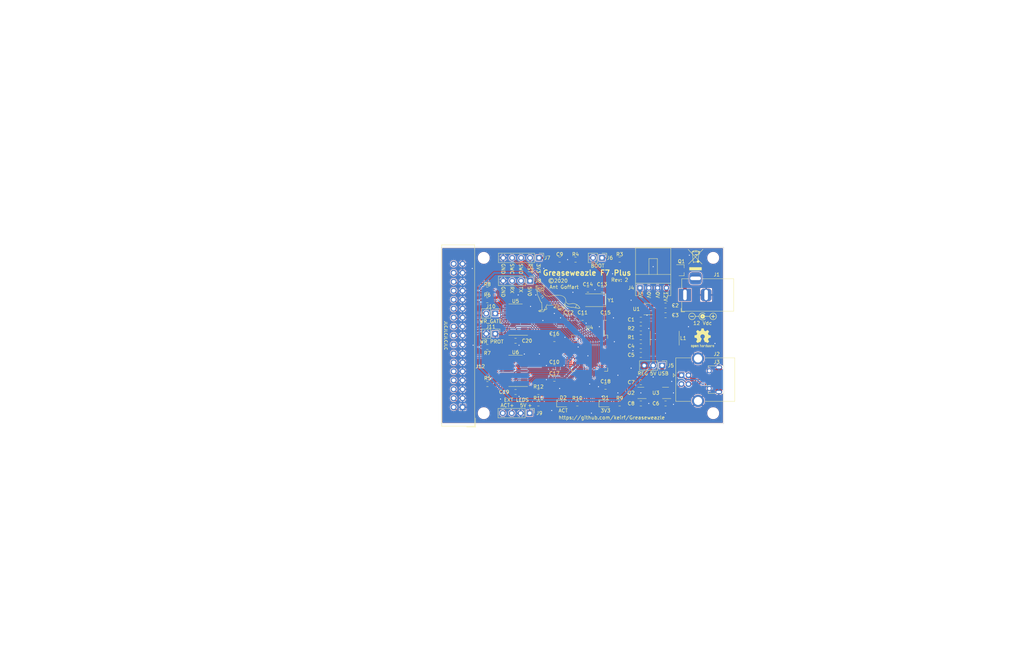
<source format=kicad_pcb>
(kicad_pcb (version 20171130) (host pcbnew "(5.1.5)-3")
  (layers (0 F.Cu signal) (31 B.Cu signal) (35 F.Paste user) (37 F.SilkS user) (38 B.Mask user) (39 F.Mask user) (44 Edge.Cuts user))
  (net 0 "")
  (net 1 "Net-(D1-Pad2)")
  (net 2 /ACT)
  (net 3 "Net-(D2-Pad2)")
  (net 4 GND)
  (net 5 +3V3)
  (net 6 /USB_D+)
  (net 7 /USB_D-)
  (net 8 /~DS0~)
  (net 9 /~M1~)
  (net 10 /~INDEX~)
  (net 11 /~M0~)
  (net 12 /~DS1~)
  (net 13 /~DIR~)
  (net 14 /~STEP~)
  (net 15 /~WR_GATE~)
  (net 16 /~TRK_00~)
  (net 17 /~WR_DAT~)
  (net 18 /~WR_PROT~)
  (net 19 /~RD_DAT~)
  (net 20 /~SIDE~)
  (net 21 /VCAP)
  (net 22 +5V)
  (net 23 /~RST~)
  (net 24 /BOOT)
  (net 25 /SWCLK)
  (net 26 /SWDIO)
  (net 27 /RX)
  (net 28 /TX)
  (net 29 "Net-(U2-Pad4)")
  (net 30 /~SIDE_5V~)
  (net 31 /~WR_GATE_5V~)
  (net 32 /~WR_DAT_5V~)
  (net 33 /~STEP_5V~)
  (net 34 /~DIR_5V~)
  (net 35 /~M1_5V~)
  (net 36 /~DS0_5V~)
  (net 37 /~DS1_5V~)
  (net 38 /~M0_5V~)
  (net 39 +12V)
  (net 40 "Net-(C1-Pad2)")
  (net 41 "Net-(J1-Pad3)")
  (net 42 "Net-(J1-Pad1)")
  (net 43 "Net-(J6-Pad1)")
  (net 44 "Net-(U4-Pad62)")
  (net 45 "Net-(U4-Pad61)")
  (net 46 "Net-(U4-Pad59)")
  (net 47 "Net-(U4-Pad58)")
  (net 48 "Net-(U4-Pad57)")
  (net 49 "Net-(U4-Pad56)")
  (net 50 "Net-(U4-Pad55)")
  (net 51 "Net-(U4-Pad54)")
  (net 52 "Net-(U4-Pad53)")
  (net 53 "Net-(U4-Pad52)")
  (net 54 "Net-(U4-Pad51)")
  (net 55 "Net-(U4-Pad50)")
  (net 56 "Net-(U4-Pad45)")
  (net 57 "Net-(U4-Pad44)")
  (net 58 "Net-(U4-Pad41)")
  (net 59 "Net-(U4-Pad40)")
  (net 60 "Net-(U4-Pad21)")
  (net 61 "Net-(U4-Pad20)")
  (net 62 "Net-(U4-Pad10)")
  (net 63 "Net-(U4-Pad9)")
  (net 64 "Net-(U4-Pad8)")
  (net 65 "Net-(U4-Pad4)")
  (net 66 /5V_REG)
  (net 67 /USB_DIN+)
  (net 68 /USB_DIN-)
  (net 69 /USB_VBUS)
  (net 70 /OSC_IN)
  (net 71 /OSC_OUT)
  (net 72 "Net-(J3-Pad4)")
  (net 73 "Net-(J9-Pad3)")
  (net 74 "Net-(J9-Pad1)")
  (net 75 "Net-(J10-Pad1)")
  (net 76 "Net-(J12-Pad34)")
  (net 77 /SW)
  (net 78 /FB)
  (net 79 /~PIN6_5V~)
  (net 80 /~PIN4_5V~)
  (net 81 /~PIN2_5V~)
  (net 82 /~PIN4~)
  (net 83 /~PIN6~)
  (net 84 /~PIN2~)
  (net 85 "Net-(U4-Pad37)")
  (module AmberTronic:JLCPCB_Stencil_290x190mm (layer F.Cu) (at 190 125)
    (fp_text reference REF** hide)
    (fp_text value JLCPCB_Stencil_290x190mm)
  )
  (module Symbol:WEEE-Logo_4.2x6mm_SilkScreen (layer F.Cu) (at 222 103.5)
    (fp_text reference G** hide)
    (fp_text value WEEE-Logo_4.2x6mm_SilkScreen hide)
  )
  (module Symbol:Symbol_Barrel_Polarity (layer F.Cu) (at 224 119.5)
    (fp_text reference G** hide)
    (fp_text value Symbol_Barrel_Polarity)
  )
  (module AmberTronic:WeasleLogo (layer F.Cu) (at 183 114.5)
    (fp_text reference G** hide)
    (fp_text value Weasle hide)
  )
  (module Package_QFP:LQFP-64_10x10mm_P0.5mm (layer F.Cu) (at 192 130 270)
    (fp_text reference U4 (at -7.25 0) (layer F.SilkS))
    (fp_text value STM32F730R8T6)
    (pad 64 smd roundrect (at -3.75 -5.675 270) (size 0.3 1.55) (layers F.Cu F.Paste F.Mask) (net 5 +3V3))
    (pad 63 smd roundrect (at -3.25 -5.675 270) (size 0.3 1.55) (layers F.Cu F.Paste F.Mask) (net 4 GND))
    (pad 62 smd roundrect (at -2.75 -5.675 270) (size 0.3 1.55) (layers F.Cu F.Paste F.Mask) (net 44 "Net-(U4-Pad62)"))
    (pad 61 smd roundrect (at -2.25 -5.675 270) (size 0.3 1.55) (layers F.Cu F.Paste F.Mask) (net 45 "Net-(U4-Pad61)"))
    (pad 60 smd roundrect (at -1.75 -5.675 270) (size 0.3 1.55) (layers F.Cu F.Paste F.Mask) (net 24 /BOOT))
    (pad 59 smd roundrect (at -1.25 -5.675 270) (size 0.3 1.55) (layers F.Cu F.Paste F.Mask) (net 46 "Net-(U4-Pad59)"))
    (pad 58 smd roundrect (at -0.75 -5.675 270) (size 0.3 1.55) (layers F.Cu F.Paste F.Mask) (net 47 "Net-(U4-Pad58)"))
    (pad 57 smd roundrect (at -0.25 -5.675 270) (size 0.3 1.55) (layers F.Cu F.Paste F.Mask) (net 48 "Net-(U4-Pad57)"))
    (pad 56 smd roundrect (at 0.25 -5.675 270) (size 0.3 1.55) (layers F.Cu F.Paste F.Mask) (net 49 "Net-(U4-Pad56)"))
    (pad 55 smd roundrect (at 0.75 -5.675 270) (size 0.3 1.55) (layers F.Cu F.Paste F.Mask) (net 50 "Net-(U4-Pad55)"))
    (pad 54 smd roundrect (at 1.25 -5.675 270) (size 0.3 1.55) (layers F.Cu F.Paste F.Mask) (net 51 "Net-(U4-Pad54)"))
    (pad 53 smd roundrect (at 1.75 -5.675 270) (size 0.3 1.55) (layers F.Cu F.Paste F.Mask) (net 52 "Net-(U4-Pad53)"))
    (pad 52 smd roundrect (at 2.25 -5.675 270) (size 0.3 1.55) (layers F.Cu F.Paste F.Mask) (net 53 "Net-(U4-Pad52)"))
    (pad 51 smd roundrect (at 2.75 -5.675 270) (size 0.3 1.55) (layers F.Cu F.Paste F.Mask) (net 54 "Net-(U4-Pad51)"))
    (pad 50 smd roundrect (at 3.25 -5.675 270) (size 0.3 1.55) (layers F.Cu F.Paste F.Mask) (net 55 "Net-(U4-Pad50)"))
    (pad 49 smd roundrect (at 3.75 -5.675 270) (size 0.3 1.55) (layers F.Cu F.Paste F.Mask) (net 25 /SWCLK))
    (pad 48 smd roundrect (at 5.675 -3.75 270) (size 1.55 0.3) (layers F.Cu F.Paste F.Mask) (net 5 +3V3))
    (pad 47 smd roundrect (at 5.675 -3.25 270) (size 1.55 0.3) (layers F.Cu F.Paste F.Mask) (net 4 GND))
    (pad 46 smd roundrect (at 5.675 -2.75 270) (size 1.55 0.3) (layers F.Cu F.Paste F.Mask) (net 26 /SWDIO))
    (pad 45 smd roundrect (at 5.675 -2.25 270) (size 1.55 0.3) (layers F.Cu F.Paste F.Mask) (net 56 "Net-(U4-Pad45)"))
    (pad 44 smd roundrect (at 5.675 -1.75 270) (size 1.55 0.3) (layers F.Cu F.Paste F.Mask) (net 57 "Net-(U4-Pad44)"))
    (pad 43 smd roundrect (at 5.675 -1.25 270) (size 1.55 0.3) (layers F.Cu F.Paste F.Mask) (net 27 /RX))
    (pad 42 smd roundrect (at 5.675 -0.75 270) (size 1.55 0.3) (layers F.Cu F.Paste F.Mask) (net 28 /TX))
    (pad 41 smd roundrect (at 5.675 -0.25 270) (size 1.55 0.3) (layers F.Cu F.Paste F.Mask) (net 58 "Net-(U4-Pad41)"))
    (pad 40 smd roundrect (at 5.675 0.25 270) (size 1.55 0.3) (layers F.Cu F.Paste F.Mask) (net 59 "Net-(U4-Pad40)"))
    (pad 39 smd roundrect (at 5.675 0.75 270) (size 1.55 0.3) (layers F.Cu F.Paste F.Mask) (net 82 /~PIN4~))
    (pad 38 smd roundrect (at 5.675 1.25 270) (size 1.55 0.3) (layers F.Cu F.Paste F.Mask) (net 83 /~PIN6~))
    (pad 37 smd roundrect (at 5.675 1.75 270) (size 1.55 0.3) (layers F.Cu F.Paste F.Mask) (net 85 "Net-(U4-Pad37)"))
    (pad 36 smd roundrect (at 5.675 2.25 270) (size 1.55 0.3) (layers F.Cu F.Paste F.Mask) (net 6 /USB_D+))
    (pad 35 smd roundrect (at 5.675 2.75 270) (size 1.55 0.3) (layers F.Cu F.Paste F.Mask) (net 7 /USB_D-))
    (pad 34 smd roundrect (at 5.675 3.25 270) (size 1.55 0.3) (layers F.Cu F.Paste F.Mask) (net 2 /ACT))
    (pad 33 smd roundrect (at 5.675 3.75 270) (size 1.55 0.3) (layers F.Cu F.Paste F.Mask) (net 84 /~PIN2~))
    (pad 32 smd roundrect (at 3.75 5.675 270) (size 0.3 1.55) (layers F.Cu F.Paste F.Mask) (net 5 +3V3))
    (pad 31 smd roundrect (at 3.25 5.675 270) (size 0.3 1.55) (layers F.Cu F.Paste F.Mask) (net 4 GND))
    (pad 30 smd roundrect (at 2.75 5.675 270) (size 0.3 1.55) (layers F.Cu F.Paste F.Mask) (net 21 /VCAP))
    (pad 29 smd roundrect (at 2.25 5.675 270) (size 0.3 1.55) (layers F.Cu F.Paste F.Mask) (net 8 /~DS0~))
    (pad 28 smd roundrect (at 1.75 5.675 270) (size 0.3 1.55) (layers F.Cu F.Paste F.Mask) (net 9 /~M1~))
    (pad 27 smd roundrect (at 1.25 5.675 270) (size 0.3 1.55) (layers F.Cu F.Paste F.Mask) (net 10 /~INDEX~))
    (pad 26 smd roundrect (at 0.75 5.675 270) (size 0.3 1.55) (layers F.Cu F.Paste F.Mask) (net 11 /~M0~))
    (pad 25 smd roundrect (at 0.25 5.675 270) (size 0.3 1.55) (layers F.Cu F.Paste F.Mask) (net 12 /~DS1~))
    (pad 24 smd roundrect (at -0.25 5.675 270) (size 0.3 1.55) (layers F.Cu F.Paste F.Mask) (net 13 /~DIR~))
    (pad 23 smd roundrect (at -0.75 5.675 270) (size 0.3 1.55) (layers F.Cu F.Paste F.Mask) (net 14 /~STEP~))
    (pad 22 smd roundrect (at -1.25 5.675 270) (size 0.3 1.55) (layers F.Cu F.Paste F.Mask) (net 15 /~WR_GATE~))
    (pad 21 smd roundrect (at -1.75 5.675 270) (size 0.3 1.55) (layers F.Cu F.Paste F.Mask) (net 60 "Net-(U4-Pad21)"))
    (pad 20 smd roundrect (at -2.25 5.675 270) (size 0.3 1.55) (layers F.Cu F.Paste F.Mask) (net 61 "Net-(U4-Pad20)"))
    (pad 19 smd roundrect (at -2.75 5.675 270) (size 0.3 1.55) (layers F.Cu F.Paste F.Mask) (net 5 +3V3))
    (pad 18 smd roundrect (at -3.25 5.675 270) (size 0.3 1.55) (layers F.Cu F.Paste F.Mask) (net 4 GND))
    (pad 17 smd roundrect (at -3.75 5.675 270) (size 0.3 1.55) (layers F.Cu F.Paste F.Mask) (net 16 /~TRK_00~))
    (pad 16 smd roundrect (at -5.675 3.75 270) (size 1.55 0.3) (layers F.Cu F.Paste F.Mask) (net 17 /~WR_DAT~))
    (pad 15 smd roundrect (at -5.675 3.25 270) (size 1.55 0.3) (layers F.Cu F.Paste F.Mask) (net 18 /~WR_PROT~))
    (pad 14 smd roundrect (at -5.675 2.75 270) (size 1.55 0.3) (layers F.Cu F.Paste F.Mask) (net 19 /~RD_DAT~))
    (pad 13 smd roundrect (at -5.675 2.25 270) (size 1.55 0.3) (layers F.Cu F.Paste F.Mask) (net 5 +3V3))
    (pad 12 smd roundrect (at -5.675 1.75 270) (size 1.55 0.3) (layers F.Cu F.Paste F.Mask) (net 4 GND))
    (pad 11 smd roundrect (at -5.675 1.25 270) (size 1.55 0.3) (layers F.Cu F.Paste F.Mask) (net 20 /~SIDE~))
    (pad 10 smd roundrect (at -5.675 0.75 270) (size 1.55 0.3) (layers F.Cu F.Paste F.Mask) (net 62 "Net-(U4-Pad10)"))
    (pad 9 smd roundrect (at -5.675 0.25 270) (size 1.55 0.3) (layers F.Cu F.Paste F.Mask) (net 63 "Net-(U4-Pad9)"))
    (pad 8 smd roundrect (at -5.675 -0.25 270) (size 1.55 0.3) (layers F.Cu F.Paste F.Mask) (net 64 "Net-(U4-Pad8)"))
    (pad 7 smd roundrect (at -5.675 -0.75 270) (size 1.55 0.3) (layers F.Cu F.Paste F.Mask) (net 23 /~RST~))
    (pad 6 smd roundrect (at -5.675 -1.25 270) (size 1.55 0.3) (layers F.Cu F.Paste F.Mask) (net 71 /OSC_OUT))
    (pad 5 smd roundrect (at -5.675 -1.75 270) (size 1.55 0.3) (layers F.Cu F.Paste F.Mask) (net 70 /OSC_IN))
    (pad 4 smd roundrect (at -5.675 -2.25 270) (size 1.55 0.3) (layers F.Cu F.Paste F.Mask) (net 65 "Net-(U4-Pad4)"))
    (pad 3 smd roundrect (at -5.675 -2.75 270) (size 1.55 0.3) (layers F.Cu F.Paste F.Mask) (net 4 GND))
    (pad 2 smd roundrect (at -5.675 -3.25 270) (size 1.55 0.3) (layers F.Cu F.Paste F.Mask) (net 4 GND))
    (pad 1 smd roundrect (at -5.675 -3.75 270) (size 1.55 0.3) (layers F.Cu F.Paste F.Mask) (net 5 +3V3))
  )
  (module Package_TO_SOT_SMD:SOT-23-6 (layer F.Cu) (at 208.25 117.5 180)
    (fp_text reference U1 (at 3 0) (layer F.SilkS))
    (fp_text value TPS562201DDC)
    (pad 5 smd rect (at 1.1 0 180) (size 1.06 0.65) (layers F.Cu F.Paste F.Mask) (net 39 +12V))
    (pad 6 smd rect (at 1.1 -0.95 180) (size 1.06 0.65) (layers F.Cu F.Paste F.Mask) (net 40 "Net-(C1-Pad2)"))
    (pad 4 smd rect (at 1.1 0.95 180) (size 1.06 0.65) (layers F.Cu F.Paste F.Mask) (net 78 /FB))
    (pad 3 smd rect (at -1.1 0.95 180) (size 1.06 0.65) (layers F.Cu F.Paste F.Mask) (net 39 +12V))
    (pad 2 smd rect (at -1.1 0 180) (size 1.06 0.65) (layers F.Cu F.Paste F.Mask) (net 77 /SW))
    (pad 1 smd rect (at -1.1 -0.95 180) (size 1.06 0.65) (layers F.Cu F.Paste F.Mask) (net 4 GND))
  )
  (module Capacitor_SMD:C_0805_2012Metric_Pad1.15x1.40mm_HandSolder (layer F.Cu) (at 206.5 128 180)
    (fp_text reference C4 (at 2.75 0) (layer F.SilkS))
    (fp_text value 22U)
    (pad 2 smd roundrect (at 1.025 0 180) (size 1.15 1.4) (layers F.Cu F.Paste F.Mask) (roundrect_rratio 0.217391) (net 4 GND))
    (pad 1 smd roundrect (at -1.025 0 180) (size 1.15 1.4) (layers F.Cu F.Paste F.Mask) (roundrect_rratio 0.217391) (net 66 /5V_REG))
  )
  (module Capacitor_SMD:C_0805_2012Metric_Pad1.15x1.40mm_HandSolder (layer F.Cu) (at 206.5 130.5 180)
    (fp_text reference C5 (at 2.75 0) (layer F.SilkS))
    (fp_text value 22U)
    (pad 2 smd roundrect (at 1.025 0 180) (size 1.15 1.4) (layers F.Cu F.Paste F.Mask) (roundrect_rratio 0.217391) (net 4 GND))
    (pad 1 smd roundrect (at -1.025 0 180) (size 1.15 1.4) (layers F.Cu F.Paste F.Mask) (roundrect_rratio 0.217391) (net 66 /5V_REG))
  )
  (module Connector_PinHeader_2.54mm:PinHeader_1x02_P2.54mm_Vertical (layer F.Cu) (at 165.25 118.75 270)
    (fp_text reference J10 (at -2 1.25 180) (layer F.SilkS))
    (fp_text value PIN1X2)
    (pad 2 thru_hole oval (at 0 2.54 270) (size 1.7 1.7) (drill 1) (layers *.Cu *.Mask) (net 31 /~WR_GATE_5V~))
    (pad 1 thru_hole rect (at 0 0 270) (size 1.7 1.7) (drill 1) (layers *.Cu *.Mask) (net 75 "Net-(J10-Pad1)"))
  )
  (module Crystal:Crystal_SMD_5032-2Pin_5.0x3.2mm (layer F.Cu) (at 193.5 115 180)
    (fp_text reference Y1 (at -4.5 0) (layer F.SilkS))
    (fp_text value 8.000MHz)
    (pad 2 smd rect (at 1.85 0 180) (size 2 2.4) (layers F.Cu F.Paste F.Mask) (net 71 /OSC_OUT))
    (pad 1 smd rect (at -1.85 0 180) (size 2 2.4) (layers F.Cu F.Paste F.Mask) (net 70 /OSC_IN))
  )
  (module MountingHole:MountingHole_3mm (layer F.Cu) (at 162 147 270)
    (fp_text reference H4 hide)
    (fp_text value M3)
    (pad 1 np_thru_hole circle (at 0 0 270) (size 3 3) (drill 3) (layers *.Cu *.Mask))
  )
  (module MountingHole:MountingHole_3mm (layer F.Cu) (at 162 103 270)
    (fp_text reference H3 hide)
    (fp_text value M3)
    (pad 1 np_thru_hole circle (at 0 0 270) (size 3 3) (drill 3) (layers *.Cu *.Mask))
  )
  (module MountingHole:MountingHole_3mm (layer F.Cu) (at 227 147 270)
    (fp_text reference H2 hide)
    (fp_text value M3)
    (pad 1 np_thru_hole circle (at 0 0 270) (size 3 3) (drill 3) (layers *.Cu *.Mask))
  )
  (module MountingHole:MountingHole_3mm (layer F.Cu) (at 227 103 270)
    (fp_text reference H1 hide)
    (fp_text value M3)
    (pad 1 np_thru_hole circle (at 0 0 270) (size 3 3) (drill 3) (layers *.Cu *.Mask))
  )
  (module Connector_USB:USB_Micro-B_Molex-105017-0001 (layer F.Cu) (at 227.35 137.5 90)
    (fp_text reference J3 (at 5 0.65) (layer F.SilkS))
    (fp_text value "Molex 105017-1001")
    (pad 6 smd rect (at -2.9 1.2375 90) (size 1.2 1.9) (layers F.Cu F.Mask) (net 4 GND))
    (pad 6 smd rect (at 2.9 1.2375 90) (size 1.2 1.9) (layers F.Cu F.Mask) (net 4 GND))
    (pad 6 thru_hole oval (at 3.5 1.2375 90) (size 1.2 1.9) (drill oval 0.6 1.3) (layers *.Cu *.Mask) (net 4 GND))
    (pad 6 thru_hole oval (at -3.5 1.2375 270) (size 1.2 1.9) (drill oval 0.6 1.3) (layers *.Cu *.Mask) (net 4 GND))
    (pad 6 smd rect (at -1 1.2375 90) (size 1.5 1.9) (layers F.Cu F.Paste F.Mask) (net 4 GND))
    (pad 6 thru_hole circle (at 2.5 -1.4625 90) (size 1.45 1.45) (drill 0.85) (layers *.Cu *.Mask) (net 4 GND))
    (pad 3 smd rect (at 0 -1.4625 90) (size 0.4 1.35) (layers F.Cu F.Paste F.Mask) (net 67 /USB_DIN+))
    (pad 4 smd rect (at 0.65 -1.4625 90) (size 0.4 1.35) (layers F.Cu F.Paste F.Mask) (net 72 "Net-(J3-Pad4)"))
    (pad 5 smd rect (at 1.3 -1.4625 90) (size 0.4 1.35) (layers F.Cu F.Paste F.Mask) (net 4 GND))
    (pad 1 smd rect (at -1.3 -1.4625 90) (size 0.4 1.35) (layers F.Cu F.Paste F.Mask) (net 69 /USB_VBUS))
    (pad 2 smd rect (at -0.65 -1.4625 90) (size 0.4 1.35) (layers F.Cu F.Paste F.Mask) (net 68 /USB_DIN-))
    (pad 6 thru_hole circle (at -2.5 -1.4625 90) (size 1.45 1.45) (drill 0.85) (layers *.Cu *.Mask) (net 4 GND))
    (pad 6 smd rect (at 1 1.2375 90) (size 1.5 1.9) (layers F.Cu F.Paste F.Mask) (net 4 GND))
  )
  (module Capacitor_SMD:C_0805_2012Metric_Pad1.15x1.40mm_HandSolder (layer F.Cu) (at 171 126.5)
    (fp_text reference C20 (at 3.25 0) (layer F.SilkS))
    (fp_text value 100N)
    (pad 2 smd roundrect (at 1.025 0) (size 1.15 1.4) (layers F.Cu F.Paste F.Mask) (roundrect_rratio 0.217391) (net 4 GND))
    (pad 1 smd roundrect (at -1.025 0) (size 1.15 1.4) (layers F.Cu F.Paste F.Mask) (roundrect_rratio 0.217391) (net 22 +5V))
  )
  (module Resistor_SMD:R_0805_2012Metric_Pad1.15x1.40mm_HandSolder (layer F.Cu) (at 177.478 141 180)
    (fp_text reference R12 (at -0.022 1.5) (layer F.SilkS))
    (fp_text value 560R)
    (pad 2 smd roundrect (at 1.025 0 180) (size 1.15 1.4) (layers F.Cu F.Paste F.Mask) (roundrect_rratio 0.217391) (net 73 "Net-(J9-Pad3)"))
    (pad 1 smd roundrect (at -1.025 0 180) (size 1.15 1.4) (layers F.Cu F.Paste F.Mask) (roundrect_rratio 0.217391) (net 22 +5V))
  )
  (module Connector_PinHeader_2.54mm:PinHeader_1x04_P2.54mm_Vertical (layer F.Cu) (at 175 147 270)
    (fp_text reference J9 (at 0 -2.75) (layer F.SilkS))
    (fp_text value PIN1X4)
    (pad 4 thru_hole oval (at 0 7.62 270) (size 1.7 1.7) (drill 1) (layers *.Cu *.Mask) (net 2 /ACT))
    (pad 3 thru_hole oval (at 0 5.08 270) (size 1.7 1.7) (drill 1) (layers *.Cu *.Mask) (net 73 "Net-(J9-Pad3)"))
    (pad 2 thru_hole oval (at 0 2.54 270) (size 1.7 1.7) (drill 1) (layers *.Cu *.Mask) (net 4 GND))
    (pad 1 thru_hole rect (at 0 0 270) (size 1.7 1.7) (drill 1) (layers *.Cu *.Mask) (net 74 "Net-(J9-Pad1)"))
  )
  (module Symbol:OSHW-Logo2_7.3x6mm_SilkScreen (layer F.Cu) (at 224 125.75)
    (fp_text reference LOGO1 hide)
    (fp_text value "OSHW Logo" hide)
  )
  (module Resistor_SMD:R_0805_2012Metric_Pad1.15x1.40mm_HandSolder (layer F.Cu) (at 177.478 144.25 180)
    (fp_text reference R11 (at -0.022 1.5) (layer F.SilkS))
    (fp_text value 560R)
    (pad 2 smd roundrect (at 1.025 0 180) (size 1.15 1.4) (layers F.Cu F.Paste F.Mask) (roundrect_rratio 0.217391) (net 74 "Net-(J9-Pad1)"))
    (pad 1 smd roundrect (at -1.025 0 180) (size 1.15 1.4) (layers F.Cu F.Paste F.Mask) (roundrect_rratio 0.217391) (net 22 +5V))
  )
  (module Package_TO_SOT_SMD:SOT-23-6 (layer F.Cu) (at 213.5 141.25 180)
    (fp_text reference U3 (at 2.75 0) (layer F.SilkS))
    (fp_text value USBLC6-2SC6)
    (pad 5 smd rect (at 1.1 0 180) (size 1.06 0.65) (layers F.Cu F.Paste F.Mask) (net 69 /USB_VBUS))
    (pad 6 smd rect (at 1.1 -0.95 180) (size 1.06 0.65) (layers F.Cu F.Paste F.Mask) (net 7 /USB_D-))
    (pad 4 smd rect (at 1.1 0.95 180) (size 1.06 0.65) (layers F.Cu F.Paste F.Mask) (net 6 /USB_D+))
    (pad 3 smd rect (at -1.1 0.95 180) (size 1.06 0.65) (layers F.Cu F.Paste F.Mask) (net 67 /USB_DIN+))
    (pad 2 smd rect (at -1.1 0 180) (size 1.06 0.65) (layers F.Cu F.Paste F.Mask) (net 4 GND))
    (pad 1 smd rect (at -1.1 -0.95 180) (size 1.06 0.65) (layers F.Cu F.Paste F.Mask) (net 68 /USB_DIN-))
  )
  (module Connector_PinHeader_2.54mm:PinHeader_1x02_P2.54mm_Vertical (layer F.Cu) (at 165.25 124.5 270)
    (fp_text reference J11 (at -2 1.25) (layer F.SilkS))
    (fp_text value PIN1X2)
    (pad 2 thru_hole oval (at 0 2.54 270) (size 1.7 1.7) (drill 1) (layers *.Cu *.Mask) (net 4 GND))
    (pad 1 thru_hole rect (at 0 0 270) (size 1.7 1.7) (drill 1) (layers *.Cu *.Mask) (net 18 /~WR_PROT~))
  )
  (module Connector_PinHeader_2.54mm:PinHeader_1x03_P2.54mm_Vertical (layer F.Cu) (at 212.54 133.5 270)
    (fp_text reference J5 (at 0 -2.46) (layer F.SilkS))
    (fp_text value PIN1X3)
    (pad 3 thru_hole oval (at 0 5.08 270) (size 1.7 1.7) (drill 1) (layers *.Cu *.Mask) (net 66 /5V_REG))
    (pad 2 thru_hole oval (at 0 2.54 270) (size 1.7 1.7) (drill 1) (layers *.Cu *.Mask) (net 22 +5V))
    (pad 1 thru_hole rect (at 0 0 270) (size 1.7 1.7) (drill 1) (layers *.Cu *.Mask) (net 69 /USB_VBUS))
  )
  (module Package_TO_SOT_SMD:SOT-23-5 (layer F.Cu) (at 206.5 141.25 180)
    (fp_text reference U2 (at 2.75 0) (layer F.SilkS))
    (fp_text value TLV75533PDBV)
    (pad 5 smd rect (at 1.1 -0.95 180) (size 1.06 0.65) (layers F.Cu F.Paste F.Mask) (net 5 +3V3))
    (pad 4 smd rect (at 1.1 0.95 180) (size 1.06 0.65) (layers F.Cu F.Paste F.Mask) (net 29 "Net-(U2-Pad4)"))
    (pad 3 smd rect (at -1.1 0.95 180) (size 1.06 0.65) (layers F.Cu F.Paste F.Mask) (net 69 /USB_VBUS))
    (pad 2 smd rect (at -1.1 0 180) (size 1.06 0.65) (layers F.Cu F.Paste F.Mask) (net 4 GND))
    (pad 1 smd rect (at -1.1 -0.95 180) (size 1.06 0.65) (layers F.Cu F.Paste F.Mask) (net 69 /USB_VBUS))
  )
  (module Capacitor_SMD:C_0805_2012Metric_Pad1.15x1.40mm_HandSolder (layer F.Cu) (at 206.5 138.25 180)
    (fp_text reference C7 (at 2.75 0) (layer F.SilkS))
    (fp_text value 1U0)
    (pad 2 smd roundrect (at 1.025 0 180) (size 1.15 1.4) (layers F.Cu F.Paste F.Mask) (roundrect_rratio 0.217391) (net 4 GND))
    (pad 1 smd roundrect (at -1.025 0 180) (size 1.15 1.4) (layers F.Cu F.Paste F.Mask) (roundrect_rratio 0.217391) (net 69 /USB_VBUS))
  )
  (module Resistor_SMD:R_0805_2012Metric_Pad1.15x1.40mm_HandSolder (layer F.Cu) (at 206.5 123)
    (fp_text reference R2 (at -2.75 0) (layer F.SilkS))
    (fp_text value 10K0)
    (pad 2 smd roundrect (at 1.025 0) (size 1.15 1.4) (layers F.Cu F.Paste F.Mask) (roundrect_rratio 0.217391) (net 4 GND))
    (pad 1 smd roundrect (at -1.025 0) (size 1.15 1.4) (layers F.Cu F.Paste F.Mask) (roundrect_rratio 0.217391) (net 78 /FB))
  )
  (module Resistor_SMD:R_0805_2012Metric_Pad1.15x1.40mm_HandSolder (layer F.Cu) (at 206.5 125.5 180)
    (fp_text reference R1 (at 2.75 0) (layer F.SilkS))
    (fp_text value 54K9)
    (pad 2 smd roundrect (at 1.025 0 180) (size 1.15 1.4) (layers F.Cu F.Paste F.Mask) (roundrect_rratio 0.217391) (net 78 /FB))
    (pad 1 smd roundrect (at -1.025 0 180) (size 1.15 1.4) (layers F.Cu F.Paste F.Mask) (roundrect_rratio 0.217391) (net 66 /5V_REG))
  )
  (module Capacitor_SMD:C_0805_2012Metric_Pad1.15x1.40mm_HandSolder (layer F.Cu) (at 213.5 116.5)
    (fp_text reference C2 (at 2.75 0) (layer F.SilkS))
    (fp_text value 10U)
    (pad 2 smd roundrect (at 1.025 0) (size 1.15 1.4) (layers F.Cu F.Paste F.Mask) (roundrect_rratio 0.217391) (net 4 GND))
    (pad 1 smd roundrect (at -1.025 0) (size 1.15 1.4) (layers F.Cu F.Paste F.Mask) (roundrect_rratio 0.217391) (net 39 +12V))
  )
  (module Capacitor_SMD:C_0805_2012Metric_Pad1.15x1.40mm_HandSolder (layer F.Cu) (at 206.5 120.5 180)
    (fp_text reference C1 (at 2.75 0) (layer F.SilkS))
    (fp_text value 100N)
    (pad 2 smd roundrect (at 1.025 0 180) (size 1.15 1.4) (layers F.Cu F.Paste F.Mask) (roundrect_rratio 0.217391) (net 40 "Net-(C1-Pad2)"))
    (pad 1 smd roundrect (at -1.025 0 180) (size 1.15 1.4) (layers F.Cu F.Paste F.Mask) (roundrect_rratio 0.217391) (net 77 /SW))
  )
  (module Inductor_SMD:L_Bourns_SRN8040TA (layer F.Cu) (at 213.25 125.75 270)
    (fp_text reference L1 (at 0 -5.25 180) (layer F.SilkS))
    (fp_text value SRN8040TA-4R7)
    (pad 2 smd rect (at 2.825 0 180) (size 6.6 2.85) (layers F.Cu F.Paste F.Mask) (net 66 /5V_REG))
    (pad 1 smd rect (at -2.825 0 180) (size 6.6 2.85) (layers F.Cu F.Paste F.Mask) (net 77 /SW))
  )
  (module Package_TO_SOT_SMD:SOT-23 (layer F.Cu) (at 218 106.5)
    (fp_text reference Q1 (at 0 -2.5) (layer F.SilkS))
    (fp_text value Si2393DS)
    (pad 3 smd rect (at 1 0) (size 0.9 0.8) (layers F.Cu F.Paste F.Mask) (net 42 "Net-(J1-Pad1)"))
    (pad 2 smd rect (at -1 0.95) (size 0.9 0.8) (layers F.Cu F.Paste F.Mask) (net 39 +12V))
    (pad 1 smd rect (at -1 -0.95) (size 0.9 0.8) (layers F.Cu F.Paste F.Mask) (net 4 GND))
  )
  (module Connector_BarrelJack:BarrelJack_Horizontal (layer F.Cu) (at 219 113.5 180)
    (fp_text reference J1 (at -9 5.75) (layer F.SilkS))
    (fp_text value "Wurth 694106301002")
    (pad 3 thru_hole roundrect (at -3 4.7 180) (size 3.5 3.5) (drill oval 3 1) (layers *.Cu *.Mask) (net 41 "Net-(J1-Pad3)"))
    (pad 2 thru_hole roundrect (at -6 0 180) (size 3 3.5) (drill oval 1 3) (layers *.Cu *.Mask) (net 4 GND))
    (pad 1 thru_hole rect (at 0 0 180) (size 3.5 3.5) (drill oval 1 3) (layers *.Cu *.Mask) (net 42 "Net-(J1-Pad1)"))
  )
  (module Connector_IDC:IDC-Header_2x17_P2.54mm_Vertical (layer F.Cu) (at 156 145.32 180)
    (fp_text reference J12 (at -5 11.57 180) (layer F.SilkS))
    (fp_text value "IDC Box Header")
    (pad 34 thru_hole oval (at 2.54 40.64 180) (size 1.7272 1.7272) (drill 1.016) (layers *.Cu *.Mask) (net 76 "Net-(J12-Pad34)"))
    (pad 33 thru_hole oval (at 0 40.64 180) (size 1.7272 1.7272) (drill 1.016) (layers *.Cu *.Mask) (net 4 GND))
    (pad 32 thru_hole oval (at 2.54 38.1 180) (size 1.7272 1.7272) (drill 1.016) (layers *.Cu *.Mask) (net 30 /~SIDE_5V~))
    (pad 31 thru_hole oval (at 0 38.1 180) (size 1.7272 1.7272) (drill 1.016) (layers *.Cu *.Mask) (net 4 GND))
    (pad 30 thru_hole oval (at 2.54 35.56 180) (size 1.7272 1.7272) (drill 1.016) (layers *.Cu *.Mask) (net 19 /~RD_DAT~))
    (pad 29 thru_hole oval (at 0 35.56 180) (size 1.7272 1.7272) (drill 1.016) (layers *.Cu *.Mask) (net 4 GND))
    (pad 28 thru_hole oval (at 2.54 33.02 180) (size 1.7272 1.7272) (drill 1.016) (layers *.Cu *.Mask) (net 18 /~WR_PROT~))
    (pad 27 thru_hole oval (at 0 33.02 180) (size 1.7272 1.7272) (drill 1.016) (layers *.Cu *.Mask) (net 4 GND))
    (pad 26 thru_hole oval (at 2.54 30.48 180) (size 1.7272 1.7272) (drill 1.016) (layers *.Cu *.Mask) (net 16 /~TRK_00~))
    (pad 25 thru_hole oval (at 0 30.48 180) (size 1.7272 1.7272) (drill 1.016) (layers *.Cu *.Mask) (net 4 GND))
    (pad 24 thru_hole oval (at 2.54 27.94 180) (size 1.7272 1.7272) (drill 1.016) (layers *.Cu *.Mask) (net 31 /~WR_GATE_5V~))
    (pad 23 thru_hole oval (at 0 27.94 180) (size 1.7272 1.7272) (drill 1.016) (layers *.Cu *.Mask) (net 4 GND))
    (pad 22 thru_hole oval (at 2.54 25.4 180) (size 1.7272 1.7272) (drill 1.016) (layers *.Cu *.Mask) (net 32 /~WR_DAT_5V~))
    (pad 21 thru_hole oval (at 0 25.4 180) (size 1.7272 1.7272) (drill 1.016) (layers *.Cu *.Mask) (net 4 GND))
    (pad 20 thru_hole oval (at 2.54 22.86 180) (size 1.7272 1.7272) (drill 1.016) (layers *.Cu *.Mask) (net 33 /~STEP_5V~))
    (pad 19 thru_hole oval (at 0 22.86 180) (size 1.7272 1.7272) (drill 1.016) (layers *.Cu *.Mask) (net 4 GND))
    (pad 18 thru_hole oval (at 2.54 20.32 180) (size 1.7272 1.7272) (drill 1.016) (layers *.Cu *.Mask) (net 34 /~DIR_5V~))
    (pad 17 thru_hole oval (at 0 20.32 180) (size 1.7272 1.7272) (drill 1.016) (layers *.Cu *.Mask) (net 4 GND))
    (pad 16 thru_hole oval (at 2.54 17.78 180) (size 1.7272 1.7272) (drill 1.016) (layers *.Cu *.Mask) (net 35 /~M1_5V~))
    (pad 15 thru_hole oval (at 0 17.78 180) (size 1.7272 1.7272) (drill 1.016) (layers *.Cu *.Mask) (net 4 GND))
    (pad 14 thru_hole oval (at 2.54 15.24 180) (size 1.7272 1.7272) (drill 1.016) (layers *.Cu *.Mask) (net 36 /~DS0_5V~))
    (pad 13 thru_hole oval (at 0 15.24 180) (size 1.7272 1.7272) (drill 1.016) (layers *.Cu *.Mask) (net 4 GND))
    (pad 12 thru_hole oval (at 2.54 12.7 180) (size 1.7272 1.7272) (drill 1.016) (layers *.Cu *.Mask) (net 37 /~DS1_5V~))
    (pad 11 thru_hole oval (at 0 12.7 180) (size 1.7272 1.7272) (drill 1.016) (layers *.Cu *.Mask) (net 4 GND))
    (pad 10 thru_hole oval (at 2.54 10.16 180) (size 1.7272 1.7272) (drill 1.016) (layers *.Cu *.Mask) (net 38 /~M0_5V~))
    (pad 9 thru_hole oval (at 0 10.16 180) (size 1.7272 1.7272) (drill 1.016) (layers *.Cu *.Mask) (net 4 GND))
    (pad 8 thru_hole oval (at 2.54 7.62 180) (size 1.7272 1.7272) (drill 1.016) (layers *.Cu *.Mask) (net 10 /~INDEX~))
    (pad 7 thru_hole oval (at 0 7.62 180) (size 1.7272 1.7272) (drill 1.016) (layers *.Cu *.Mask) (net 4 GND))
    (pad 6 thru_hole oval (at 2.54 5.08 180) (size 1.7272 1.7272) (drill 1.016) (layers *.Cu *.Mask) (net 79 /~PIN6_5V~))
    (pad 5 thru_hole oval (at 0 5.08 180) (size 1.7272 1.7272) (drill 1.016) (layers *.Cu *.Mask) (net 4 GND))
    (pad 4 thru_hole oval (at 2.54 2.54 180) (size 1.7272 1.7272) (drill 1.016) (layers *.Cu *.Mask) (net 80 /~PIN4_5V~))
    (pad 3 thru_hole oval (at 0 2.54 180) (size 1.7272 1.7272) (drill 1.016) (layers *.Cu *.Mask) (net 4 GND))
    (pad 2 thru_hole oval (at 2.54 0 180) (size 1.7272 1.7272) (drill 1.016) (layers *.Cu *.Mask) (net 81 /~PIN2_5V~))
    (pad 1 thru_hole rect (at 0 0 180) (size 1.7272 1.7272) (drill 1.016) (layers *.Cu *.Mask) (net 4 GND))
  )
  (module Resistor_SMD:R_0805_2012Metric_Pad1.15x1.40mm_HandSolder (layer F.Cu) (at 188.5 144.25 180)
    (fp_text reference R10 (at 0 1.475001) (layer F.SilkS))
    (fp_text value 330R)
    (pad 2 smd roundrect (at 1.025 0 180) (size 1.15 1.4) (layers F.Cu F.Paste F.Mask) (roundrect_rratio 0.217391) (net 3 "Net-(D2-Pad2)"))
    (pad 1 smd roundrect (at -1.025 0 180) (size 1.15 1.4) (layers F.Cu F.Paste F.Mask) (roundrect_rratio 0.217391) (net 5 +3V3))
  )
  (module LED_SMD:LED_0805_2012Metric_Pad1.15x1.40mm_HandSolder (layer F.Cu) (at 184.5 144.25)
    (fp_text reference D2 (at 0 -1.65) (layer F.SilkS))
    (fp_text value GREEN)
    (pad 2 smd roundrect (at 1.025 0) (size 1.15 1.4) (layers F.Cu F.Paste F.Mask) (roundrect_rratio 0.217391) (net 3 "Net-(D2-Pad2)"))
    (pad 1 smd roundrect (at -1.025 0) (size 1.15 1.4) (layers F.Cu F.Paste F.Mask) (roundrect_rratio 0.217391) (net 2 /ACT))
  )
  (module Package_SO:SOIC-14_3.9x8.7mm_P1.27mm (layer F.Cu) (at 171 120.5 180)
    (fp_text reference U5 (at 0 5.25) (layer F.SilkS))
    (fp_text value 74LS07)
    (pad 14 smd roundrect (at 2.475 -3.81 180) (size 1.95 0.6) (layers F.Cu F.Paste F.Mask) (net 22 +5V))
    (pad 13 smd roundrect (at 2.475 -2.54 180) (size 1.95 0.6) (layers F.Cu F.Paste F.Mask) (net 13 /~DIR~))
    (pad 12 smd roundrect (at 2.475 -1.27 180) (size 1.95 0.6) (layers F.Cu F.Paste F.Mask) (net 34 /~DIR_5V~))
    (pad 11 smd roundrect (at 2.475 0 180) (size 1.95 0.6) (layers F.Cu F.Paste F.Mask) (net 17 /~WR_DAT~))
    (pad 10 smd roundrect (at 2.475 1.27 180) (size 1.95 0.6) (layers F.Cu F.Paste F.Mask) (net 32 /~WR_DAT_5V~))
    (pad 9 smd roundrect (at 2.475 2.54 180) (size 1.95 0.6) (layers F.Cu F.Paste F.Mask) (net 20 /~SIDE~))
    (pad 8 smd roundrect (at 2.475 3.81 180) (size 1.95 0.6) (layers F.Cu F.Paste F.Mask) (net 30 /~SIDE_5V~))
    (pad 7 smd roundrect (at -2.475 3.81 180) (size 1.95 0.6) (layers F.Cu F.Paste F.Mask) (net 4 GND))
    (pad 6 smd roundrect (at -2.475 2.54 180) (size 1.95 0.6) (layers F.Cu F.Paste F.Mask) (net 75 "Net-(J10-Pad1)"))
    (pad 5 smd roundrect (at -2.475 1.27 180) (size 1.95 0.6) (layers F.Cu F.Paste F.Mask) (net 15 /~WR_GATE~))
    (pad 4 smd roundrect (at -2.475 0 180) (size 1.95 0.6) (layers F.Cu F.Paste F.Mask) (net 33 /~STEP_5V~))
    (pad 3 smd roundrect (at -2.475 -1.27 180) (size 1.95 0.6) (layers F.Cu F.Paste F.Mask) (net 14 /~STEP~))
    (pad 2 smd roundrect (at -2.475 -2.54 180) (size 1.95 0.6) (layers F.Cu F.Paste F.Mask) (net 35 /~M1_5V~))
    (pad 1 smd roundrect (at -2.475 -3.81 180) (size 1.95 0.6) (layers F.Cu F.Paste F.Mask) (net 9 /~M1~))
  )
  (module Package_SO:SOIC-14_3.9x8.7mm_P1.27mm (layer F.Cu) (at 171 135 180)
    (fp_text reference U6 (at 0 5.25) (layer F.SilkS))
    (fp_text value 74LS07)
    (pad 14 smd roundrect (at 2.475 -3.81 180) (size 1.95 0.6) (layers F.Cu F.Paste F.Mask) (net 22 +5V))
    (pad 13 smd roundrect (at 2.475 -2.54 180) (size 1.95 0.6) (layers F.Cu F.Paste F.Mask) (net 82 /~PIN4~))
    (pad 12 smd roundrect (at 2.475 -1.27 180) (size 1.95 0.6) (layers F.Cu F.Paste F.Mask) (net 80 /~PIN4_5V~))
    (pad 11 smd roundrect (at 2.475 0 180) (size 1.95 0.6) (layers F.Cu F.Paste F.Mask) (net 11 /~M0~))
    (pad 10 smd roundrect (at 2.475 1.27 180) (size 1.95 0.6) (layers F.Cu F.Paste F.Mask) (net 38 /~M0_5V~))
    (pad 9 smd roundrect (at 2.475 2.54 180) (size 1.95 0.6) (layers F.Cu F.Paste F.Mask) (net 12 /~DS1~))
    (pad 8 smd roundrect (at 2.475 3.81 180) (size 1.95 0.6) (layers F.Cu F.Paste F.Mask) (net 37 /~DS1_5V~))
    (pad 7 smd roundrect (at -2.475 3.81 180) (size 1.95 0.6) (layers F.Cu F.Paste F.Mask) (net 4 GND))
    (pad 6 smd roundrect (at -2.475 2.54 180) (size 1.95 0.6) (layers F.Cu F.Paste F.Mask) (net 36 /~DS0_5V~))
    (pad 5 smd roundrect (at -2.475 1.27 180) (size 1.95 0.6) (layers F.Cu F.Paste F.Mask) (net 8 /~DS0~))
    (pad 4 smd roundrect (at -2.475 0 180) (size 1.95 0.6) (layers F.Cu F.Paste F.Mask) (net 79 /~PIN6_5V~))
    (pad 3 smd roundrect (at -2.475 -1.27 180) (size 1.95 0.6) (layers F.Cu F.Paste F.Mask) (net 83 /~PIN6~))
    (pad 2 smd roundrect (at -2.475 -2.54 180) (size 1.95 0.6) (layers F.Cu F.Paste F.Mask) (net 81 /~PIN2_5V~))
    (pad 1 smd roundrect (at -2.475 -3.81 180) (size 1.95 0.6) (layers F.Cu F.Paste F.Mask) (net 84 /~PIN2~))
  )
  (module Capacitor_SMD:C_0805_2012Metric_Pad1.15x1.40mm_HandSolder (layer F.Cu) (at 171 141)
    (fp_text reference C19 (at -3.25 0) (layer F.SilkS))
    (fp_text value 100N)
    (pad 2 smd roundrect (at 1.025 0) (size 1.15 1.4) (layers F.Cu F.Paste F.Mask) (roundrect_rratio 0.217391) (net 4 GND))
    (pad 1 smd roundrect (at -1.025 0) (size 1.15 1.4) (layers F.Cu F.Paste F.Mask) (roundrect_rratio 0.217391) (net 22 +5V))
  )
  (module Fiducial:Fiducial_1mm_Mask2mm (layer F.Cu) (at 220 147 270)
    (fp_text reference FID2 hide)
    (fp_text value Fiducial)
    (pad "" smd circle (at 0 0 270) (size 1 1) (layers F.Cu F.Mask) (clearance 0.5))
  )
  (module Fiducial:Fiducial_1mm_Mask2mm (layer F.Cu) (at 162 107 270)
    (fp_text reference FID1 hide)
    (fp_text value Fiducial)
    (pad "" smd circle (at 0 0 270) (size 1 1) (layers F.Cu F.Mask) (clearance 0.5))
  )
  (module Capacitor_SMD:C_0805_2012Metric_Pad1.15x1.40mm_HandSolder (layer F.Cu) (at 206.5 144.25)
    (fp_text reference C8 (at -2.75 0) (layer F.SilkS))
    (fp_text value 1U0)
    (pad 2 smd roundrect (at 1.025 0) (size 1.15 1.4) (layers F.Cu F.Paste F.Mask) (roundrect_rratio 0.217391) (net 4 GND))
    (pad 1 smd roundrect (at -1.025 0) (size 1.15 1.4) (layers F.Cu F.Paste F.Mask) (roundrect_rratio 0.217391) (net 5 +3V3))
  )
  (module Capacitor_SMD:C_0805_2012Metric_Pad1.15x1.40mm_HandSolder (layer F.Cu) (at 213.5 119.25)
    (fp_text reference C3 (at 2.75 0) (layer F.SilkS))
    (fp_text value 10U)
    (pad 2 smd roundrect (at 1.025 0) (size 1.15 1.4) (layers F.Cu F.Paste F.Mask) (roundrect_rratio 0.217391) (net 4 GND))
    (pad 1 smd roundrect (at -1.025 0) (size 1.15 1.4) (layers F.Cu F.Paste F.Mask) (roundrect_rratio 0.217391) (net 39 +12V))
  )
  (module Resistor_SMD:R_0805_2012Metric_Pad1.15x1.40mm_HandSolder (layer F.Cu) (at 163 112)
    (fp_text reference R8 (at 0 -1.5) (layer F.SilkS))
    (fp_text value 1K0)
    (pad 2 smd roundrect (at 1.025 0) (size 1.15 1.4) (layers F.Cu F.Paste F.Mask) (roundrect_rratio 0.217391) (net 19 /~RD_DAT~))
    (pad 1 smd roundrect (at -1.025 0) (size 1.15 1.4) (layers F.Cu F.Paste F.Mask) (roundrect_rratio 0.217391) (net 22 +5V))
  )
  (module Resistor_SMD:R_0805_2012Metric_Pad1.15x1.40mm_HandSolder (layer F.Cu) (at 163 128.25)
    (fp_text reference R7 (at 0 1.75) (layer F.SilkS))
    (fp_text value 1K0)
    (pad 2 smd roundrect (at 1.025 0) (size 1.15 1.4) (layers F.Cu F.Paste F.Mask) (roundrect_rratio 0.217391) (net 18 /~WR_PROT~))
    (pad 1 smd roundrect (at -1.025 0) (size 1.15 1.4) (layers F.Cu F.Paste F.Mask) (roundrect_rratio 0.217391) (net 22 +5V))
  )
  (module Resistor_SMD:R_0805_2012Metric_Pad1.15x1.40mm_HandSolder (layer F.Cu) (at 163 115)
    (fp_text reference R6 (at 0 -1.5) (layer F.SilkS))
    (fp_text value 1K0)
    (pad 2 smd roundrect (at 1.025 0) (size 1.15 1.4) (layers F.Cu F.Paste F.Mask) (roundrect_rratio 0.217391) (net 16 /~TRK_00~))
    (pad 1 smd roundrect (at -1.025 0) (size 1.15 1.4) (layers F.Cu F.Paste F.Mask) (roundrect_rratio 0.217391) (net 22 +5V))
  )
  (module Connector_PinHeader_2.54mm:PinHeader_1x05_P2.54mm_Vertical (layer F.Cu) (at 177.66 103 270)
    (fp_text reference J7 (at 0 -2.33) (layer F.SilkS))
    (fp_text value PIN1X5)
    (pad 5 thru_hole oval (at 0 10.16 270) (size 1.7 1.7) (drill 1) (layers *.Cu *.Mask) (net 4 GND))
    (pad 4 thru_hole oval (at 0 7.62 270) (size 1.7 1.7) (drill 1) (layers *.Cu *.Mask) (net 25 /SWCLK))
    (pad 3 thru_hole oval (at 0 5.08 270) (size 1.7 1.7) (drill 1) (layers *.Cu *.Mask) (net 26 /SWDIO))
    (pad 2 thru_hole oval (at 0 2.54 270) (size 1.7 1.7) (drill 1) (layers *.Cu *.Mask) (net 23 /~RST~))
    (pad 1 thru_hole rect (at 0 0 270) (size 1.7 1.7) (drill 1) (layers *.Cu *.Mask) (net 5 +3V3))
  )
  (module Capacitor_SMD:C_0805_2012Metric_Pad1.15x1.40mm_HandSolder (layer F.Cu) (at 183.5 103.5)
    (fp_text reference C9 (at 0 -1.5) (layer F.SilkS))
    (fp_text value 100N)
    (pad 2 smd roundrect (at 1.025 0) (size 1.15 1.4) (layers F.Cu F.Paste F.Mask) (roundrect_rratio 0.217391) (net 4 GND))
    (pad 1 smd roundrect (at -1.025 0) (size 1.15 1.4) (layers F.Cu F.Paste F.Mask) (roundrect_rratio 0.217391) (net 23 /~RST~))
  )
  (module Capacitor_SMD:C_0805_2012Metric_Pad1.15x1.40mm_HandSolder (layer F.Cu) (at 191.5 112)
    (fp_text reference C14 (at 0 -1.5 180) (layer F.SilkS))
    (fp_text value 27P)
    (pad 2 smd roundrect (at 1.025 0) (size 1.15 1.4) (layers F.Cu F.Paste F.Mask) (roundrect_rratio 0.217391) (net 4 GND))
    (pad 1 smd roundrect (at -1.025 0) (size 1.15 1.4) (layers F.Cu F.Paste F.Mask) (roundrect_rratio 0.217391) (net 71 /OSC_OUT))
  )
  (module Capacitor_SMD:C_0805_2012Metric_Pad1.15x1.40mm_HandSolder (layer F.Cu) (at 195.5 112 180)
    (fp_text reference C13 (at 0 1.5 180) (layer F.SilkS))
    (fp_text value 27P)
    (pad 2 smd roundrect (at 1.025 0 180) (size 1.15 1.4) (layers F.Cu F.Paste F.Mask) (roundrect_rratio 0.217391) (net 4 GND))
    (pad 1 smd roundrect (at -1.025 0 180) (size 1.15 1.4) (layers F.Cu F.Paste F.Mask) (roundrect_rratio 0.217391) (net 70 /OSC_IN))
  )
  (module Capacitor_SMD:C_0805_2012Metric_Pad1.15x1.40mm_HandSolder (layer F.Cu) (at 186 120 180)
    (fp_text reference C12 (at 0 1.5) (layer F.SilkS))
    (fp_text value 100N)
    (pad 2 smd roundrect (at 1.025 0 180) (size 1.15 1.4) (layers F.Cu F.Paste F.Mask) (roundrect_rratio 0.217391) (net 4 GND))
    (pad 1 smd roundrect (at -1.025 0 180) (size 1.15 1.4) (layers F.Cu F.Paste F.Mask) (roundrect_rratio 0.217391) (net 5 +3V3))
  )
  (module Capacitor_SMD:C_0805_2012Metric_Pad1.15x1.40mm_HandSolder (layer F.Cu) (at 190 120)
    (fp_text reference C11 (at 0 -1.5) (layer F.SilkS))
    (fp_text value 1U0)
    (pad 2 smd roundrect (at 1.025 0) (size 1.15 1.4) (layers F.Cu F.Paste F.Mask) (roundrect_rratio 0.217391) (net 4 GND))
    (pad 1 smd roundrect (at -1.025 0) (size 1.15 1.4) (layers F.Cu F.Paste F.Mask) (roundrect_rratio 0.217391) (net 5 +3V3))
  )
  (module Capacitor_SMD:C_0805_2012Metric_Pad1.15x1.40mm_HandSolder (layer F.Cu) (at 182 134 180)
    (fp_text reference C10 (at 0 1.5) (layer F.SilkS))
    (fp_text value 10U)
    (pad 2 smd roundrect (at 1.025 0 180) (size 1.15 1.4) (layers F.Cu F.Paste F.Mask) (roundrect_rratio 0.217391) (net 4 GND))
    (pad 1 smd roundrect (at -1.025 0 180) (size 1.15 1.4) (layers F.Cu F.Paste F.Mask) (roundrect_rratio 0.217391) (net 21 /VCAP))
  )
  (module AmberTronic:TE_171826-4_1x4_P2.50mm_Horizontal (layer F.Cu) (at 210 111.5)
    (fp_text reference J4 (at -6.25 0) (layer F.SilkS))
    (fp_text value "TE EI 171826-4")
    (pad 4 thru_hole circle (at 3.75 0) (size 1.6 1.6) (drill 0.9) (layers *.Cu *.Mask) (net 39 +12V))
    (pad 3 thru_hole circle (at 1.25 0) (size 1.6 1.6) (drill 0.9) (layers *.Cu *.Mask) (net 4 GND))
    (pad 2 thru_hole circle (at -1.25 0) (size 1.6 1.6) (drill 0.9) (layers *.Cu *.Mask) (net 4 GND))
    (pad 1 thru_hole rect (at -3.75 0) (size 1.6 1.6) (drill 0.9) (layers *.Cu *.Mask) (net 22 +5V))
  )
  (module Resistor_SMD:R_0805_2012Metric_Pad1.15x1.40mm_HandSolder (layer F.Cu) (at 200.5 144.25 180)
    (fp_text reference R9 (at 0 1.5) (layer F.SilkS))
    (fp_text value 330R)
    (pad 2 smd roundrect (at 1.025 0 180) (size 1.15 1.4) (layers F.Cu F.Paste F.Mask) (roundrect_rratio 0.217391) (net 1 "Net-(D1-Pad2)"))
    (pad 1 smd roundrect (at -1.025 0 180) (size 1.15 1.4) (layers F.Cu F.Paste F.Mask) (roundrect_rratio 0.217391) (net 5 +3V3))
  )
  (module Resistor_SMD:R_0805_2012Metric_Pad1.15x1.40mm_HandSolder (layer F.Cu) (at 163.03 138.75 180)
    (fp_text reference R5 (at -0.03 1.63) (layer F.SilkS))
    (fp_text value 1K0)
    (pad 2 smd roundrect (at 1.025 0 180) (size 1.15 1.4) (layers F.Cu F.Paste F.Mask) (roundrect_rratio 0.217391) (net 10 /~INDEX~))
    (pad 1 smd roundrect (at -1.025 0 180) (size 1.15 1.4) (layers F.Cu F.Paste F.Mask) (roundrect_rratio 0.217391) (net 22 +5V))
  )
  (module Resistor_SMD:R_0805_2012Metric_Pad1.15x1.40mm_HandSolder (layer F.Cu) (at 188 103.5 180)
    (fp_text reference R4 (at 0 1.5) (layer F.SilkS))
    (fp_text value 10K0)
    (pad 2 smd roundrect (at 1.025 0 180) (size 1.15 1.4) (layers F.Cu F.Paste F.Mask) (roundrect_rratio 0.217391) (net 4 GND))
    (pad 1 smd roundrect (at -1.025 0 180) (size 1.15 1.4) (layers F.Cu F.Paste F.Mask) (roundrect_rratio 0.217391) (net 24 /BOOT))
  )
  (module Resistor_SMD:R_0805_2012Metric_Pad1.15x1.40mm_HandSolder (layer F.Cu) (at 200.5 103.5 180)
    (fp_text reference R3 (at 0 1.5) (layer F.SilkS))
    (fp_text value 1K0)
    (pad 2 smd roundrect (at 1.025 0 180) (size 1.15 1.4) (layers F.Cu F.Paste F.Mask) (roundrect_rratio 0.217391) (net 43 "Net-(J6-Pad1)"))
    (pad 1 smd roundrect (at -1.025 0 180) (size 1.15 1.4) (layers F.Cu F.Paste F.Mask) (roundrect_rratio 0.217391) (net 5 +3V3))
  )
  (module LED_SMD:LED_0805_2012Metric_Pad1.15x1.40mm_HandSolder (layer F.Cu) (at 196.5 144.25)
    (fp_text reference D1 (at 0 -1.65) (layer F.SilkS))
    (fp_text value GREEN)
    (pad 2 smd roundrect (at 1.025 0) (size 1.15 1.4) (layers F.Cu F.Paste F.Mask) (roundrect_rratio 0.217391) (net 1 "Net-(D1-Pad2)"))
    (pad 1 smd roundrect (at -1.025 0) (size 1.15 1.4) (layers F.Cu F.Paste F.Mask) (roundrect_rratio 0.217391) (net 4 GND))
  )
  (module Capacitor_SMD:C_0805_2012Metric_Pad1.15x1.40mm_HandSolder (layer F.Cu) (at 196.5 139.5 180)
    (fp_text reference C18 (at 0 1.5) (layer F.SilkS))
    (fp_text value 100N)
    (pad 2 smd roundrect (at 1.025 0 180) (size 1.15 1.4) (layers F.Cu F.Paste F.Mask) (roundrect_rratio 0.217391) (net 4 GND))
    (pad 1 smd roundrect (at -1.025 0 180) (size 1.15 1.4) (layers F.Cu F.Paste F.Mask) (roundrect_rratio 0.217391) (net 5 +3V3))
  )
  (module Capacitor_SMD:C_0805_2012Metric_Pad1.15x1.40mm_HandSolder (layer F.Cu) (at 182 137.25 180)
    (fp_text reference C17 (at 0 1.5) (layer F.SilkS))
    (fp_text value 100N)
    (pad 2 smd roundrect (at 1.025 0 180) (size 1.15 1.4) (layers F.Cu F.Paste F.Mask) (roundrect_rratio 0.217391) (net 4 GND))
    (pad 1 smd roundrect (at -1.025 0 180) (size 1.15 1.4) (layers F.Cu F.Paste F.Mask) (roundrect_rratio 0.217391) (net 5 +3V3))
  )
  (module Capacitor_SMD:C_0805_2012Metric_Pad1.15x1.40mm_HandSolder (layer F.Cu) (at 182 126 180)
    (fp_text reference C16 (at 0 1.5) (layer F.SilkS))
    (fp_text value 100N)
    (pad 2 smd roundrect (at 1.025 0 180) (size 1.15 1.4) (layers F.Cu F.Paste F.Mask) (roundrect_rratio 0.217391) (net 4 GND))
    (pad 1 smd roundrect (at -1.025 0 180) (size 1.15 1.4) (layers F.Cu F.Paste F.Mask) (roundrect_rratio 0.217391) (net 5 +3V3))
  )
  (module Capacitor_SMD:C_0805_2012Metric_Pad1.15x1.40mm_HandSolder (layer F.Cu) (at 196.5 120)
    (fp_text reference C15 (at 0 -1.5) (layer F.SilkS))
    (fp_text value 100N)
    (pad 2 smd roundrect (at 1.025 0) (size 1.15 1.4) (layers F.Cu F.Paste F.Mask) (roundrect_rratio 0.217391) (net 4 GND))
    (pad 1 smd roundrect (at -1.025 0) (size 1.15 1.4) (layers F.Cu F.Paste F.Mask) (roundrect_rratio 0.217391) (net 5 +3V3))
  )
  (module Capacitor_SMD:C_0805_2012Metric_Pad1.15x1.40mm_HandSolder (layer F.Cu) (at 213.5 144.25)
    (fp_text reference C6 (at -2.75 0) (layer F.SilkS))
    (fp_text value 100N)
    (pad 2 smd roundrect (at 1.025 0) (size 1.15 1.4) (layers F.Cu F.Paste F.Mask) (roundrect_rratio 0.217391) (net 4 GND))
    (pad 1 smd roundrect (at -1.025 0) (size 1.15 1.4) (layers F.Cu F.Paste F.Mask) (roundrect_rratio 0.217391) (net 69 /USB_VBUS))
  )
  (module Connector_PinHeader_2.54mm:PinHeader_1x04_P2.54mm_Vertical (layer F.Cu) (at 175.12 109.5 270)
    (fp_text reference J8 (at 0 -2.33) (layer F.SilkS))
    (fp_text value PIN1X4)
    (pad 4 thru_hole oval (at 0 7.62 270) (size 1.7 1.7) (drill 1) (layers *.Cu *.Mask) (net 4 GND))
    (pad 3 thru_hole oval (at 0 5.08 270) (size 1.7 1.7) (drill 1) (layers *.Cu *.Mask) (net 27 /RX))
    (pad 2 thru_hole oval (at 0 2.54 270) (size 1.7 1.7) (drill 1) (layers *.Cu *.Mask) (net 28 /TX))
    (pad 1 thru_hole rect (at 0 0 270) (size 1.7 1.7) (drill 1) (layers *.Cu *.Mask) (net 22 +5V))
  )
  (module Connector_PinHeader_2.54mm:PinHeader_1x02_P2.54mm_Vertical (layer F.Cu) (at 195.5 103 270)
    (fp_text reference J6 (at 0 -2.25) (layer F.SilkS))
    (fp_text value PIN1X2)
    (pad 2 thru_hole oval (at 0 2.54 270) (size 1.7 1.7) (drill 1) (layers *.Cu *.Mask) (net 24 /BOOT))
    (pad 1 thru_hole rect (at 0 0 270) (size 1.7 1.7) (drill 1) (layers *.Cu *.Mask) (net 43 "Net-(J6-Pad1)"))
  )
  (module Connector_USB:USB_B_OST_USB-B1HSxx_Horizontal (layer F.Cu) (at 218 136.25)
    (fp_text reference J2 (at 10 -6 180) (layer F.SilkS))
    (fp_text value USB_B)
    (pad 5 thru_hole circle (at 4.71 7.27) (size 3.5 3.5) (drill 2.33) (layers *.Cu *.Mask) (net 4 GND))
    (pad 5 thru_hole circle (at 4.71 -4.77) (size 3.5 3.5) (drill 2.33) (layers *.Cu *.Mask) (net 4 GND))
    (pad 4 thru_hole circle (at 2 0) (size 1.7 1.7) (drill 0.92) (layers *.Cu *.Mask) (net 4 GND))
    (pad 3 thru_hole circle (at 2 2.5) (size 1.7 1.7) (drill 0.92) (layers *.Cu *.Mask) (net 67 /USB_DIN+))
    (pad 2 thru_hole circle (at 0 2.5) (size 1.7 1.7) (drill 0.92) (layers *.Cu *.Mask) (net 68 /USB_DIN-))
    (pad 1 thru_hole rect (at 0 0) (size 1.7 1.7) (drill 0.92) (layers *.Cu *.Mask) (net 69 /USB_VBUS))
  )
  (gr_text JLCJLCJLCJLC (at 151.25 125 270) (layer F.SilkS) (effects (font (size 0.8 0.8))))
  (gr_text ©2020 (at 183 109.5) (layer F.SilkS) (effects (font (size 1 1))))
  (gr_text - (at 221 119.5) (layer F.SilkS) (effects (font (size 1.25 1.25) (thickness 0.2))))
  (gr_text + (at 227 119.5) (layer F.SilkS) (effects (font (size 1.25 1.25) (thickness 0.2))))
  (gr_text "Ant Goffart" (at 184.75 111.25) (layer F.SilkS) (effects (font (size 1 1))))
  (gr_text https://github.com/keirf/Greaseweazle (at 198.25 148.25) (layer F.SilkS) (effects (font (size 1 1))))
  (gr_text "Rev: 2" (at 200.5 109.25) (layer F.SilkS) (effects (font (size 1 1))))
  (gr_text WR_GATE (at 164 121) (layer F.SilkS) (effects (font (size 1 1))))
  (gr_text 5V (at 206.5 112.5 270) (layer F.SilkS) (effects (font (size 1 1)) (justify left)))
  (gr_text 0V (at 208.75 112.5 270) (layer F.SilkS) (effects (font (size 1 1)) (justify left)))
  (gr_text 0V (at 211.25 112.5 270) (layer F.SilkS) (effects (font (size 1 1)) (justify left)))
  (gr_text 12V (at 213.5 112.5 270) (layer F.SilkS) (effects (font (size 1 1)) (justify left)))
  (gr_text "EXT LEDS" (at 171.25 143.25) (layer F.SilkS) (effects (font (size 1 1))))
  (gr_text + (at 169.985 144.78) (layer F.SilkS) (effects (font (size 1 1))))
  (gr_text + (at 175.065 144.78) (layer F.SilkS) (effects (font (size 1 1))))
  (gr_text 5V (at 173.16 144.78) (layer F.SilkS) (effects (font (size 1 1))))
  (gr_text ACT (at 168.08 144.78) (layer F.SilkS) (effects (font (size 1 1))))
  (gr_text "12 Vdc" (at 224 121.5) (layer F.SilkS) (effects (font (size 1 1))))
  (gr_text 5V (at 209 135.75) (layer F.SilkS) (effects (font (size 1 1)) (justify left)))
  (gr_text USB (at 211.25 135.75) (layer F.SilkS) (effects (font (size 1 1)) (justify left)))
  (gr_text REG (at 205.5 135.75) (layer F.SilkS) (effects (font (size 1 1)) (justify left)))
  (gr_text "WR PROT" (at 164.25 126.75) (layer F.SilkS) (effects (font (size 1 1))))
  (gr_text "Greaseweazle F7 Plus" (at 191.25 107.25) (layer F.SilkS) (effects (font (size 1.5 1.5) (thickness 0.3))))
  (gr_text 3V3 (at 196.5 146.25) (layer F.SilkS) (effects (font (size 1 1))))
  (gr_text ACT (at 184.5 146.25) (layer F.SilkS) (effects (font (size 1 1))))
  (gr_text BOOT (at 194.25 105.25) (layer F.SilkS) (effects (font (size 1 1))))
  (gr_text 5V0 (at 175 111 270) (layer F.SilkS) (effects (font (size 1 1)) (justify left)))
  (gr_text RX (at 170 111 270) (layer F.SilkS) (effects (font (size 1 1)) (justify left)))
  (gr_text TX (at 172.5 111 270) (layer F.SilkS) (effects (font (size 1 1)) (justify left)))
  (gr_text GND (at 167.5 111 270) (layer F.SilkS) (effects (font (size 1 1)) (justify left)))
  (gr_text GND (at 167.5 104.5 270) (layer F.SilkS) (effects (font (size 1 1)) (justify left)))
  (gr_text SWC (at 170 104.5 270) (layer F.SilkS) (effects (font (size 1 1)) (justify left)))
  (gr_text SWD (at 172.5 104.5 270) (layer F.SilkS) (effects (font (size 1 1)) (justify left)))
  (gr_text ~RST~ (at 175 104.5 270) (layer F.SilkS) (effects (font (size 1 1)) (justify left)))
  (gr_text 3V3 (at 177.5 104.5 270) (layer F.SilkS) (effects (font (size 1 1)) (justify left)))
  (gr_line (start 150 150) (end 230 150) (layer Edge.Cuts) (width 0.1))
  (gr_line (start 230 100) (end 230 150) (layer Edge.Cuts) (width 0.1))
  (gr_line (start 150 100) (end 230 100) (layer Edge.Cuts) (width 0.1))
  (gr_line (start 150 150) (end 150 100) (layer Edge.Cuts) (width 0.1))
  (segment (start 197.525 144.25) (end 199.475 144.25) (width 0.25) (layer F.Cu) (net 1))
  (segment (start 188.75 137) (end 188.75 135.675) (width 0.25) (layer F.Cu) (net 2))
  (segment (start 188.25 137.5) (end 188.75 137) (width 0.25) (layer F.Cu) (net 2))
  (segment (start 191.25 143.25) (end 188.25 140.25) (width 0.25) (layer F.Cu) (net 2))
  (segment (start 183.475 145.225) (end 184.25 146) (width 0.25) (layer F.Cu) (net 2))
  (segment (start 183.475 144.25) (end 183.475 145.225) (width 0.25) (layer F.Cu) (net 2))
  (segment (start 188.25 140.25) (end 188.25 137.5) (width 0.25) (layer F.Cu) (net 2))
  (segment (start 184.25 146) (end 190.25 146) (width 0.25) (layer F.Cu) (net 2))
  (segment (start 190.25 146) (end 191.25 145) (width 0.25) (layer F.Cu) (net 2))
  (segment (start 191.25 145) (end 191.25 143.25) (width 0.25) (layer F.Cu) (net 2))
  (segment (start 183.475 142.365) (end 183.475 144.25) (width 0.25) (layer F.Cu) (net 2))
  (segment (start 169 145.5) (end 170 145.5) (width 0.25) (layer F.Cu) (net 2))
  (segment (start 167.5 147) (end 169 145.5) (width 0.25) (layer F.Cu) (net 2))
  (segment (start 180.81 139.7) (end 183.475 142.365) (width 0.25) (layer F.Cu) (net 2))
  (segment (start 170 145.5) (end 175.8 139.7) (width 0.25) (layer F.Cu) (net 2))
  (segment (start 175.8 139.7) (end 180.81 139.7) (width 0.25) (layer F.Cu) (net 2))
  (segment (start 187.5 144.25) (end 185.55 144.25) (width 0.25) (layer F.Cu) (net 3))
  (segment (start 191.025 120) (end 191.025 121.469049) (width 0.4) (layer F.Cu) (net 4))
  (via (at 175.249956 116.75) (size 0.6) (drill 0.3) (layers F.Cu B.Cu) (net 4))
  (segment (start 175.189956 116.69) (end 175.249956 116.75) (width 0.4) (layer F.Cu) (net 4))
  (segment (start 173.475 116.69) (end 175.189956 116.69) (width 0.4) (layer F.Cu) (net 4))
  (via (at 185.75 103.5) (size 0.6) (drill 0.3) (layers F.Cu B.Cu) (net 4))
  (segment (start 184.525 103.5) (end 185.75 103.5) (width 0.4) (layer F.Cu) (net 4))
  (segment (start 185.75 103.5) (end 186.975 103.5) (width 0.4) (layer F.Cu) (net 4))
  (via (at 195.5 142.25) (size 0.6) (drill 0.3) (layers F.Cu B.Cu) (net 4))
  (segment (start 195.475 142.275) (end 195.475 144.5) (width 0.4) (layer F.Cu) (net 4))
  (segment (start 195.5 142.25) (end 195.475 142.275) (width 0.25) (layer F.Cu) (net 4))
  (via (at 172 127.75) (size 0.6) (drill 0.3) (layers F.Cu B.Cu) (net 4))
  (segment (start 172.025 126.5) (end 172.025 127.725) (width 0.4) (layer F.Cu) (net 4))
  (segment (start 172.025 127.725) (end 172 127.75) (width 0.4) (layer F.Cu) (net 4))
  (segment (start 186.325 126.75) (end 185.25 126.75) (width 0.25) (layer F.Cu) (net 4))
  (segment (start 195.25 124.325) (end 195.25 123) (width 0.25) (layer F.Cu) (net 4))
  (segment (start 185.25 126.75) (end 185 126.5) (width 0.25) (layer F.Cu) (net 4))
  (segment (start 195.25 123) (end 194.75 122.5) (width 0.25) (layer F.Cu) (net 4))
  (segment (start 214.6 141.25) (end 215.75 141.25) (width 0.25) (layer F.Cu) (net 4))
  (segment (start 214.525 144.5) (end 215.749956 144.5) (width 0.4) (layer F.Cu) (net 4))
  (segment (start 197.675 126.75) (end 199 126.75) (width 0.25) (layer F.Cu) (net 4))
  (segment (start 184.975 120) (end 183.75 120) (width 0.4) (layer F.Cu) (net 4))
  (segment (start 185 126.5) (end 185 125.5) (width 0.25) (layer F.Cu) (net 4))
  (segment (start 197.525 120) (end 198.75 120) (width 0.4) (layer F.Cu) (net 4))
  (via (at 183.5 140) (size 0.6) (drill 0.3) (layers F.Cu B.Cu) (net 4))
  (via (at 192 138.75) (size 0.6) (drill 0.3) (layers F.Cu B.Cu) (net 4))
  (via (at 183.5 108.5) (size 0.6) (drill 0.3) (layers F.Cu B.Cu) (net 4))
  (via (at 220.25 102.25) (size 0.6) (drill 0.3) (layers F.Cu B.Cu) (net 4))
  (via (at 198.5 107.5) (size 0.6) (drill 0.3) (layers F.Cu B.Cu) (net 4))
  (via (at 179 106) (size 0.6) (drill 0.3) (layers F.Cu B.Cu) (net 4))
  (via (at 171.75 113.5) (size 0.6) (drill 0.3) (layers F.Cu B.Cu) (net 4))
  (via (at 158.75 106) (size 0.6) (drill 0.3) (layers F.Cu B.Cu) (net 4))
  (via (at 159 127.75) (size 0.6) (drill 0.3) (layers F.Cu B.Cu) (net 4))
  (via (at 166.75 143) (size 0.6) (drill 0.3) (layers F.Cu B.Cu) (net 4))
  (via (at 213.5 147) (size 0.6) (drill 0.3) (layers F.Cu B.Cu) (net 4))
  (via (at 200 136.25) (size 0.6) (drill 0.3) (layers F.Cu B.Cu) (net 4))
  (via (at 227.5 127.25) (size 0.6) (drill 0.3) (layers F.Cu B.Cu) (net 4))
  (via (at 220 122.5) (size 0.6) (drill 0.3) (layers F.Cu B.Cu) (net 4))
  (via (at 210 136.75) (size 0.6) (drill 0.3) (layers F.Cu B.Cu) (net 4))
  (via (at 203.75 134.25) (size 0.6) (drill 0.3) (layers F.Cu B.Cu) (net 4))
  (via (at 203.75 115) (size 0.6) (drill 0.3) (layers F.Cu B.Cu) (net 4))
  (via (at 178.75 120.75) (size 0.6) (drill 0.3) (layers F.Cu B.Cu) (net 4))
  (via (at 182 118.745) (size 0.6) (drill 0.3) (layers F.Cu B.Cu) (net 4))
  (via (at 191.5 130.75) (size 0.6) (drill 0.3) (layers F.Cu B.Cu) (net 4))
  (via (at 194.75 122.5) (size 0.6) (drill 0.3) (layers F.Cu B.Cu) (net 4))
  (via (at 215.75 141.25) (size 0.6) (drill 0.3) (layers F.Cu B.Cu) (net 4))
  (via (at 215.749956 144.5) (size 0.6) (drill 0.3) (layers F.Cu B.Cu) (net 4))
  (via (at 199 126.75) (size 0.6) (drill 0.3) (layers F.Cu B.Cu) (net 4))
  (via (at 183.75 120) (size 0.6) (drill 0.3) (layers F.Cu B.Cu) (net 4))
  (via (at 204.25 129.25) (size 0.6) (drill 0.3) (layers F.Cu B.Cu) (net 4))
  (via (at 185 125.5) (size 0.6) (drill 0.3) (layers F.Cu B.Cu) (net 4))
  (via (at 198.75 120) (size 0.6) (drill 0.3) (layers F.Cu B.Cu) (net 4))
  (via (at 173.5 130.25) (size 0.6) (drill 0.3) (layers F.Cu B.Cu) (net 4))
  (segment (start 214.525 144.5) (end 215.325692 144.5) (width 0.4) (layer F.Cu) (net 4))
  (via (at 176.75 113.5) (size 0.6) (drill 0.3) (layers F.Cu B.Cu) (net 4))
  (via (at 192.5 147) (size 0.6) (drill 0.3) (layers F.Cu B.Cu) (net 4))
  (via (at 181.25 146.25) (size 0.6) (drill 0.3) (layers F.Cu B.Cu) (net 4))
  (via (at 210 105.5) (size 0.6) (drill 0.3) (layers F.Cu B.Cu) (net 4))
  (via (at 193.500006 112) (size 0.6) (drill 0.3) (layers F.Cu B.Cu) (net 4))
  (segment (start 193.92427 112) (end 193.500006 112) (width 0.4) (layer F.Cu) (net 4))
  (segment (start 194.475 112) (end 193.92427 112) (width 0.4) (layer F.Cu) (net 4))
  (segment (start 193.075742 112) (end 193.500006 112) (width 0.4) (layer F.Cu) (net 4))
  (segment (start 192.525 112) (end 193.075742 112) (width 0.4) (layer F.Cu) (net 4))
  (via (at 187.25 112.75) (size 0.6) (drill 0.3) (layers F.Cu B.Cu) (net 4))
  (via (at 194.5 139.5) (size 0.6) (drill 0.3) (layers F.Cu B.Cu) (net 4))
  (segment (start 195.475 139.5) (end 194.5 139.5) (width 0.4) (layer F.Cu) (net 4))
  (segment (start 195.25 135.675) (end 195.25 139.275) (width 0.25) (layer F.Cu) (net 4))
  (segment (start 195.25 139.275) (end 195.475 139.5) (width 0.25) (layer F.Cu) (net 4))
  (via (at 181 124.5) (size 0.6) (drill 0.3) (layers F.Cu B.Cu) (net 4))
  (segment (start 180.975 126) (end 180.975 125.37501) (width 0.25) (layer F.Cu) (net 4))
  (segment (start 180.975 124.525) (end 181 124.5) (width 0.25) (layer F.Cu) (net 4))
  (segment (start 180.975 126) (end 180.975 124.525) (width 0.4) (layer F.Cu) (net 4))
  (via (at 191 121.5) (size 0.6) (drill 0.3) (layers F.Cu B.Cu) (net 4))
  (segment (start 190.25 122.25) (end 191 121.5) (width 0.25) (layer F.Cu) (net 4))
  (segment (start 190.25 124.325) (end 190.25 122.25) (width 0.25) (layer F.Cu) (net 4))
  (segment (start 191.025 121.469049) (end 191 121.494049) (width 0.25) (layer F.Cu) (net 4))
  (segment (start 191 121.494049) (end 191 121.5) (width 0.25) (layer F.Cu) (net 4))
  (via (at 206.5 141.25) (size 0.6) (drill 0.3) (layers F.Cu B.Cu) (net 4))
  (segment (start 207.6 141.25) (end 206.5 141.25) (width 0.4) (layer F.Cu) (net 4))
  (via (at 208.75 144.25) (size 0.6) (drill 0.3) (layers F.Cu B.Cu) (net 4))
  (segment (start 207.525 144.25) (end 208.75 144.25) (width 0.4) (layer F.Cu) (net 4))
  (via (at 205.5 136.75) (size 0.6) (drill 0.3) (layers F.Cu B.Cu) (net 4))
  (segment (start 205.475 138.25) (end 205.475 136.775) (width 0.4) (layer F.Cu) (net 4))
  (segment (start 205.475 136.775) (end 205.5 136.75) (width 0.4) (layer F.Cu) (net 4))
  (via (at 215.75 119.25) (size 0.6) (drill 0.3) (layers F.Cu B.Cu) (net 4))
  (segment (start 214.525 119.25) (end 215.705 119.25) (width 0.4) (layer F.Cu) (net 4))
  (via (at 208.75 123) (size 0.6) (drill 0.3) (layers F.Cu B.Cu) (net 4))
  (segment (start 207.525 123) (end 208.75 123) (width 0.4) (layer F.Cu) (net 4))
  (via (at 215.25 138) (size 0.6) (drill 0.3) (layers F.Cu B.Cu) (net 4))
  (segment (start 173.475 130.275) (end 173.5 130.25) (width 0.4) (layer F.Cu) (net 4))
  (segment (start 173.475 131.19) (end 173.475 130.275) (width 0.4) (layer F.Cu) (net 4))
  (via (at 171.999972 142.25) (size 0.6) (drill 0.3) (layers F.Cu B.Cu) (net 4))
  (segment (start 172 141.025) (end 171.999972 141.025028) (width 0.4) (layer F.Cu) (net 4))
  (segment (start 171.999972 141.825736) (end 171.999972 142.25) (width 0.4) (layer F.Cu) (net 4))
  (segment (start 171.999972 141.025028) (end 171.999972 141.825736) (width 0.4) (layer F.Cu) (net 4))
  (via (at 200 141.25) (size 0.6) (drill 0.3) (layers F.Cu B.Cu) (net 4))
  (via (at 215.749972 116.5) (size 0.6) (drill 0.3) (layers F.Cu B.Cu) (net 4))
  (segment (start 214.525 116.5) (end 215.749972 116.5) (width 0.4) (layer F.Cu) (net 4))
  (via (at 208.25 119.25) (size 0.6) (drill 0.3) (layers F.Cu B.Cu) (net 4))
  (segment (start 209.25 118.55) (end 209.35 118.45) (width 0.4) (layer F.Cu) (net 4))
  (segment (start 209.25 119.25) (end 209.25 118.55) (width 0.4) (layer F.Cu) (net 4))
  (segment (start 180.975 137.25) (end 180 137.25) (width 0.4) (layer F.Cu) (net 4))
  (segment (start 180 137.25) (end 179.75 137.5) (width 0.4) (layer F.Cu) (net 4))
  (via (at 179.75 137.5) (size 0.6) (drill 0.3) (layers F.Cu B.Cu) (net 4))
  (via (at 184.749938 133.5) (size 0.6) (drill 0.3) (layers F.Cu B.Cu) (net 4))
  (segment (start 184.999938 133.25) (end 184.749938 133.5) (width 0.25) (layer F.Cu) (net 4))
  (segment (start 186.325 133.25) (end 184.999938 133.25) (width 0.25) (layer F.Cu) (net 4))
  (via (at 179.75 133.5) (size 0.6) (drill 0.3) (layers F.Cu B.Cu) (net 4))
  (segment (start 179.75 133.75) (end 179.75 133.5) (width 0.4) (layer F.Cu) (net 4))
  (segment (start 180.975 134) (end 180 134) (width 0.4) (layer F.Cu) (net 4))
  (segment (start 180 134) (end 179.75 133.75) (width 0.4) (layer F.Cu) (net 4))
  (via (at 188.75 128.25) (size 0.6) (drill 0.3) (layers F.Cu B.Cu) (net 4))
  (via (at 177.75 130.25) (size 0.6) (drill 0.3) (layers F.Cu B.Cu) (net 4))
  (segment (start 194.75 122.5) (end 194.75 124.325) (width 0.25) (layer F.Cu) (net 4))
  (segment (start 195.25 125.5) (end 195.25 124.325) (width 0.25) (layer F.Cu) (net 4))
  (segment (start 194.75 124.325) (end 194.75 125.5) (width 0.25) (layer F.Cu) (net 4))
  (segment (start 194.75 125.5) (end 195.25 125.5) (width 0.25) (layer F.Cu) (net 4))
  (segment (start 197.675 126.25) (end 197.69999 126.27499) (width 0.25) (layer F.Cu) (net 5))
  (segment (start 186.325 135.875) (end 184.95 137.25) (width 0.25) (layer F.Cu) (net 5))
  (segment (start 185.05 127.25) (end 186.325 127.25) (width 0.25) (layer F.Cu) (net 5))
  (segment (start 183.025 126) (end 183.8 126) (width 0.25) (layer F.Cu) (net 5))
  (segment (start 183.8 126) (end 185.05 127.25) (width 0.25) (layer F.Cu) (net 5))
  (segment (start 195.80001 135.72501) (end 195.80001 135.675) (width 0.25) (layer F.Cu) (net 5))
  (segment (start 195.75 120.275) (end 195.475 120) (width 0.25) (layer F.Cu) (net 5))
  (segment (start 205.475 142.275) (end 205.4 142.2) (width 0.65) (layer F.Cu) (net 5))
  (segment (start 205.475 144.5) (end 205.475 142.275) (width 0.65) (layer F.Cu) (net 5))
  (segment (start 201.525 103.5) (end 201.525 125.225) (width 0.65) (layer F.Cu) (net 5))
  (segment (start 201.525 117.775) (end 201.5 117.75) (width 0.65) (layer F.Cu) (net 5))
  (segment (start 184.95 137.25) (end 184.75 137.25) (width 0.25) (layer F.Cu) (net 5))
  (segment (start 184.75 137.25) (end 183.025 137.25) (width 0.65) (layer F.Cu) (net 5))
  (segment (start 197.675 126.25) (end 197.675 125.325) (width 0.25) (layer F.Cu) (net 5))
  (segment (start 197.675 125.325) (end 197.75 125.25) (width 0.25) (layer F.Cu) (net 5))
  (segment (start 201.525 125.225) (end 197.75 125.25) (width 0.65) (layer F.Cu) (net 5))
  (segment (start 197.75 125.25) (end 196.75 125.25) (width 0.65) (layer F.Cu) (net 5))
  (segment (start 196.75 125.25) (end 196.25 125.75) (width 0.65) (layer F.Cu) (net 5))
  (segment (start 195.75 124.325) (end 195.75 125.25) (width 0.25) (layer F.Cu) (net 5))
  (segment (start 195.75 125.25) (end 196.25 125.75) (width 0.25) (layer F.Cu) (net 5))
  (segment (start 186.325 133.75) (end 186.325 134.325) (width 0.25) (layer F.Cu) (net 5))
  (segment (start 186.325 134.325) (end 187 135) (width 0.25) (layer F.Cu) (net 5))
  (segment (start 187 135) (end 184.75 137.25) (width 0.65) (layer F.Cu) (net 5))
  (segment (start 195.75 120.275) (end 195.75 124.325) (width 0.25) (layer F.Cu) (net 5))
  (segment (start 201.525 102.275) (end 201.525 103.5) (width 0.65) (layer F.Cu) (net 5))
  (segment (start 200.5 101.25) (end 201.525 102.275) (width 0.65) (layer F.Cu) (net 5))
  (segment (start 181.25 101.25) (end 200.5 101.25) (width 0.65) (layer F.Cu) (net 5))
  (segment (start 177.66 103) (end 179.5 103) (width 0.65) (layer F.Cu) (net 5))
  (segment (start 179.5 103) (end 181.25 101.25) (width 0.65) (layer F.Cu) (net 5))
  (segment (start 184.75 138.5) (end 184.75 137.25) (width 0.25) (layer F.Cu) (net 5))
  (segment (start 189.525 144.5) (end 189.525 143.275) (width 0.25) (layer F.Cu) (net 5))
  (segment (start 189.525 143.275) (end 184.75 138.5) (width 0.25) (layer F.Cu) (net 5))
  (segment (start 201.525 144.25) (end 205.475 144.25) (width 0.25) (layer F.Cu) (net 5))
  (segment (start 195.75 135.675) (end 195.75 136.625) (width 0.25) (layer F.Cu) (net 5))
  (segment (start 197.525 138.4) (end 197.525 140) (width 0.25) (layer F.Cu) (net 5))
  (segment (start 195.75 136.625) (end 197.525 138.4) (width 0.25) (layer F.Cu) (net 5))
  (segment (start 197.525 139.5) (end 201.5 139.5) (width 0.65) (layer F.Cu) (net 5))
  (segment (start 201.5 139.5) (end 201.525 139.525) (width 0.65) (layer F.Cu) (net 5))
  (segment (start 204.2 142.2) (end 205.4 142.2) (width 0.65) (layer F.Cu) (net 5))
  (segment (start 201.525 125.225) (end 201.525 139.525) (width 0.65) (layer F.Cu) (net 5))
  (segment (start 201.525 139.525) (end 204.2 142.2) (width 0.65) (layer F.Cu) (net 5))
  (segment (start 187.525 120) (end 188.975 120) (width 0.25) (layer F.Cu) (net 5))
  (segment (start 189.75 123.55) (end 189.75 124.325) (width 0.25) (layer F.Cu) (net 5))
  (segment (start 189.75 123) (end 189.75 123.55) (width 0.25) (layer F.Cu) (net 5))
  (segment (start 188.975 120) (end 188.975 122.225) (width 0.25) (layer F.Cu) (net 5))
  (segment (start 188.975 122.225) (end 189.75 123) (width 0.25) (layer F.Cu) (net 5))
  (segment (start 192 127.25) (end 192.25 127.25) (width 0.65) (layer F.Cu) (net 5))
  (segment (start 196.25 125.75) (end 194.75 127.25) (width 0.65) (layer F.Cu) (net 5))
  (segment (start 194.75 127.25) (end 191.75 127.25) (width 0.65) (layer F.Cu) (net 5))
  (segment (start 188.674999 133.325001) (end 187 135) (width 0.65) (layer F.Cu) (net 5))
  (segment (start 188.674999 130.325001) (end 188.674999 133.325001) (width 0.65) (layer F.Cu) (net 5))
  (segment (start 191.75 127.25) (end 188.674999 130.325001) (width 0.65) (layer F.Cu) (net 5))
  (segment (start 191.375 127.488589) (end 191.375 127.625) (width 0.25) (layer F.Cu) (net 5))
  (segment (start 189.75 124.325) (end 189.75 125.863589) (width 0.25) (layer F.Cu) (net 5))
  (segment (start 189.75 125.863589) (end 191.375 127.488589) (width 0.25) (layer F.Cu) (net 5))
  (segment (start 187.549999 127.549999) (end 187.549999 128.799999) (width 0.25) (layer F.Cu) (net 5))
  (segment (start 186.325 127.25) (end 187.25 127.25) (width 0.25) (layer F.Cu) (net 5))
  (segment (start 187.549999 128.799999) (end 188.875 130.125) (width 0.25) (layer F.Cu) (net 5))
  (segment (start 187.25 127.25) (end 187.549999 127.549999) (width 0.25) (layer F.Cu) (net 5))
  (segment (start 210.25 142.742) (end 211.26 141.732) (width 0.25) (layer F.Cu) (net 6))
  (segment (start 210.25 144.5) (end 210.25 142.742) (width 0.25) (layer F.Cu) (net 6))
  (segment (start 207.5 147.25) (end 210.25 144.5) (width 0.25) (layer F.Cu) (net 6))
  (segment (start 193 144.5) (end 195.75 147.25) (width 0.25) (layer F.Cu) (net 6))
  (segment (start 211.26 141.732) (end 211.26 140.716) (width 0.25) (layer F.Cu) (net 6))
  (segment (start 189.75 135.675) (end 189.75 139) (width 0.25) (layer F.Cu) (net 6))
  (segment (start 189.75 139) (end 193 142.25) (width 0.25) (layer F.Cu) (net 6))
  (segment (start 193 142.25) (end 193 144.5) (width 0.25) (layer F.Cu) (net 6))
  (segment (start 211.676 140.3) (end 212.4 140.3) (width 0.25) (layer F.Cu) (net 6))
  (segment (start 211.26 140.716) (end 211.676 140.3) (width 0.25) (layer F.Cu) (net 6))
  (segment (start 195.75 147.25) (end 207.5 147.25) (width 0.25) (layer F.Cu) (net 6))
  (segment (start 211.55 142.2) (end 212.4 142.2) (width 0.25) (layer F.Cu) (net 7))
  (segment (start 210.75 143) (end 211.55 142.2) (width 0.25) (layer F.Cu) (net 7))
  (segment (start 210.75 144.75) (end 210.75 143) (width 0.25) (layer F.Cu) (net 7))
  (segment (start 207.75 147.75) (end 210.75 144.75) (width 0.25) (layer F.Cu) (net 7))
  (segment (start 192.5 142.5) (end 192.5 144.75) (width 0.25) (layer F.Cu) (net 7))
  (segment (start 189.25 139.25) (end 192.5 142.5) (width 0.25) (layer F.Cu) (net 7))
  (segment (start 192.5 144.75) (end 195.5 147.75) (width 0.25) (layer F.Cu) (net 7))
  (segment (start 195.5 147.75) (end 207.75 147.75) (width 0.25) (layer F.Cu) (net 7))
  (segment (start 189.25 135.675) (end 189.25 139.25) (width 0.25) (layer F.Cu) (net 7))
  (segment (start 178.27 133.73) (end 173.475 133.73) (width 0.25) (layer F.Cu) (net 8))
  (segment (start 186.325 132.25) (end 179.75 132.25) (width 0.25) (layer F.Cu) (net 8))
  (segment (start 179.75 132.25) (end 178.27 133.73) (width 0.25) (layer F.Cu) (net 8))
  (segment (start 173.475 124.31) (end 173.535 124.25) (width 0.25) (layer F.Cu) (net 9))
  (segment (start 185.55 131.75) (end 185.5375 131.7625) (width 0.25) (layer F.Cu) (net 9))
  (segment (start 176.31 124.31) (end 173.475 124.31) (width 0.25) (layer F.Cu) (net 9))
  (segment (start 177.75 125.75) (end 176.31 124.31) (width 0.25) (layer F.Cu) (net 9))
  (segment (start 185 131.75) (end 183.5 130.25) (width 0.25) (layer F.Cu) (net 9))
  (segment (start 183.5 130.25) (end 180.5 130.25) (width 0.25) (layer F.Cu) (net 9))
  (segment (start 180.5 130.25) (end 177.75 127.5) (width 0.25) (layer F.Cu) (net 9))
  (segment (start 186.325 131.75) (end 185 131.75) (width 0.25) (layer F.Cu) (net 9))
  (segment (start 177.75 127.5) (end 177.75 125.75) (width 0.25) (layer F.Cu) (net 9))
  (segment (start 161.755 139) (end 162.005 138.75) (width 0.25) (layer F.Cu) (net 10))
  (segment (start 153.46 137.7) (end 154.76 139) (width 0.25) (layer F.Cu) (net 10))
  (segment (start 154.76 139) (end 161.755 139) (width 0.25) (layer F.Cu) (net 10))
  (via (at 187.75 131.999994) (size 0.6) (drill 0.3) (layers F.Cu B.Cu) (net 10))
  (segment (start 187.42427 131.25) (end 187.75 131.57573) (width 0.25) (layer F.Cu) (net 10))
  (segment (start 187.75 131.57573) (end 187.75 131.999994) (width 0.25) (layer F.Cu) (net 10))
  (segment (start 186.325 131.25) (end 187.42427 131.25) (width 0.25) (layer F.Cu) (net 10))
  (via (at 166.250008 135.25) (size 0.6) (drill 0.3) (layers F.Cu B.Cu) (net 10))
  (segment (start 187.75 133) (end 185.5 135.25) (width 0.25) (layer B.Cu) (net 10))
  (segment (start 187.75 131.999994) (end 187.75 133) (width 0.25) (layer B.Cu) (net 10))
  (segment (start 185.5 135.25) (end 166.674272 135.25) (width 0.25) (layer B.Cu) (net 10))
  (segment (start 166.674272 135.25) (end 166.250008 135.25) (width 0.25) (layer B.Cu) (net 10))
  (segment (start 165.25 135.25) (end 166.250008 135.25) (width 0.25) (layer F.Cu) (net 10))
  (segment (start 164.25 135.25) (end 165.25 135.25) (width 0.25) (layer F.Cu) (net 10))
  (segment (start 162.005 138.75) (end 162.005 137.495) (width 0.25) (layer F.Cu) (net 10))
  (segment (start 162.005 137.495) (end 164.25 135.25) (width 0.25) (layer F.Cu) (net 10))
  (segment (start 186.325 130.75) (end 187.75 130.75) (width 0.25) (layer F.Cu) (net 11))
  (segment (start 187.75 130.75) (end 187.75 130.741747) (width 0.25) (layer F.Cu) (net 11))
  (via (at 187.765425 130.726322) (size 0.6) (drill 0.3) (layers F.Cu B.Cu) (net 11))
  (segment (start 187.75 130.741747) (end 187.765425 130.726322) (width 0.25) (layer F.Cu) (net 11))
  (segment (start 168.525 135) (end 170.25 135) (width 0.25) (layer F.Cu) (net 11))
  (segment (start 170.25 135) (end 171 134.25) (width 0.25) (layer F.Cu) (net 11))
  (via (at 171 134.25) (size 0.6) (drill 0.3) (layers F.Cu B.Cu) (net 11))
  (segment (start 171.299999 134.549999) (end 171 134.25) (width 0.25) (layer B.Cu) (net 11))
  (segment (start 186 132.491747) (end 186 134) (width 0.25) (layer B.Cu) (net 11))
  (segment (start 187.765425 130.726322) (end 186 132.491747) (width 0.25) (layer B.Cu) (net 11))
  (segment (start 186 134) (end 185.25 134.75) (width 0.25) (layer B.Cu) (net 11))
  (segment (start 185.25 134.75) (end 171.5 134.75) (width 0.25) (layer B.Cu) (net 11))
  (segment (start 171.5 134.75) (end 171.299999 134.549999) (width 0.25) (layer B.Cu) (net 11))
  (segment (start 168.525 132.46) (end 170.460004 132.46) (width 0.25) (layer F.Cu) (net 12))
  (segment (start 170.460004 132.46) (end 170.5 132.499996) (width 0.25) (layer F.Cu) (net 12))
  (via (at 171 133) (size 0.6) (drill 0.3) (layers F.Cu B.Cu) (net 12))
  (segment (start 170.700001 132.700001) (end 171 133) (width 0.25) (layer F.Cu) (net 12))
  (segment (start 170.460004 132.460004) (end 170.700001 132.700001) (width 0.25) (layer F.Cu) (net 12))
  (segment (start 170.460004 132.46) (end 170.460004 132.460004) (width 0.25) (layer F.Cu) (net 12))
  (segment (start 171 133) (end 172.25 134.25) (width 0.25) (layer B.Cu) (net 12))
  (segment (start 185 134.25) (end 185.5 133.75) (width 0.25) (layer B.Cu) (net 12))
  (segment (start 172.25 134.25) (end 185 134.25) (width 0.25) (layer B.Cu) (net 12))
  (segment (start 184.99998 130.25) (end 184.74998 130.5) (width 0.25) (layer F.Cu) (net 12))
  (via (at 184.74998 130.5) (size 0.6) (drill 0.3) (layers F.Cu B.Cu) (net 12))
  (segment (start 186.325 130.25) (end 184.99998 130.25) (width 0.25) (layer F.Cu) (net 12))
  (segment (start 185.5 131.25002) (end 184.74998 130.5) (width 0.25) (layer B.Cu) (net 12))
  (segment (start 185.5 132) (end 185.5 131.25002) (width 0.25) (layer B.Cu) (net 12))
  (segment (start 185.5 132) (end 185.5 131.750008) (width 0.25) (layer B.Cu) (net 12))
  (segment (start 185.5 133.75) (end 185.5 132) (width 0.25) (layer B.Cu) (net 12))
  (segment (start 170.71 123.04) (end 168.525 123.04) (width 0.25) (layer F.Cu) (net 13))
  (segment (start 171.33501 122.41499) (end 170.71 123.04) (width 0.25) (layer F.Cu) (net 13))
  (segment (start 186.325 129.75) (end 180.75 129.75) (width 0.25) (layer F.Cu) (net 13))
  (segment (start 180.75 129.75) (end 178.25 127.25) (width 0.25) (layer F.Cu) (net 13))
  (segment (start 178.25 127.25) (end 178.25 125.5) (width 0.25) (layer F.Cu) (net 13))
  (segment (start 178.25 125.5) (end 175.16499 122.41499) (width 0.25) (layer F.Cu) (net 13))
  (segment (start 175.16499 122.41499) (end 171.33501 122.41499) (width 0.25) (layer F.Cu) (net 13))
  (segment (start 175.27 121.77) (end 175.093911 121.77) (width 0.25) (layer F.Cu) (net 14))
  (segment (start 178.75 125.25) (end 175.27 121.77) (width 0.25) (layer F.Cu) (net 14))
  (segment (start 181 129.25) (end 178.75 127) (width 0.25) (layer F.Cu) (net 14))
  (segment (start 186.325 129.25) (end 181 129.25) (width 0.25) (layer F.Cu) (net 14))
  (segment (start 178.75 127) (end 178.75 125.25) (width 0.25) (layer F.Cu) (net 14))
  (segment (start 175.093911 121.77) (end 173.475 121.77) (width 0.25) (layer F.Cu) (net 14))
  (segment (start 179.25 125) (end 179.25 126.75) (width 0.25) (layer F.Cu) (net 15))
  (segment (start 175.75 121.5) (end 179.25 125) (width 0.25) (layer F.Cu) (net 15))
  (segment (start 175.75 120) (end 175.75 121.5) (width 0.25) (layer F.Cu) (net 15))
  (segment (start 181.25 128.75) (end 186.325 128.75) (width 0.25) (layer F.Cu) (net 15))
  (segment (start 173.475 119.23) (end 174.98 119.23) (width 0.25) (layer F.Cu) (net 15))
  (segment (start 174.98 119.23) (end 175.75 120) (width 0.25) (layer F.Cu) (net 15))
  (segment (start 179.25 126.75) (end 181.25 128.75) (width 0.25) (layer F.Cu) (net 15))
  (segment (start 162.975001 116.049999) (end 164.025 115) (width 0.25) (layer F.Cu) (net 16))
  (segment (start 153.46 114.84) (end 154.669999 116.049999) (width 0.25) (layer F.Cu) (net 16))
  (segment (start 154.669999 116.049999) (end 162.975001 116.049999) (width 0.25) (layer F.Cu) (net 16))
  (segment (start 164.025 115) (end 166 115) (width 0.25) (layer F.Cu) (net 16))
  (via (at 166 115) (size 0.6) (drill 0.3) (layers F.Cu B.Cu) (net 16))
  (via (at 188 126) (size 0.6) (drill 0.3) (layers F.Cu B.Cu) (net 16))
  (segment (start 167.25 116.25) (end 167.25 120.5) (width 0.25) (layer B.Cu) (net 16))
  (segment (start 166 115) (end 167.25 116.25) (width 0.25) (layer B.Cu) (net 16))
  (segment (start 167.25 120.5) (end 169.25 122.5) (width 0.25) (layer B.Cu) (net 16))
  (segment (start 169.25 122.5) (end 184 122.5) (width 0.25) (layer B.Cu) (net 16))
  (segment (start 187.5 126) (end 188 126) (width 0.25) (layer B.Cu) (net 16))
  (segment (start 184 122.5) (end 187.5 126) (width 0.25) (layer B.Cu) (net 16))
  (segment (start 187.75 126.25) (end 188 126) (width 0.25) (layer F.Cu) (net 16))
  (segment (start 186.325 126.25) (end 187.75 126.25) (width 0.25) (layer F.Cu) (net 16))
  (segment (start 188.25 123.44) (end 188.25 124.325) (width 0.25) (layer F.Cu) (net 17))
  (segment (start 187.31 122.5) (end 188.25 123.44) (width 0.25) (layer F.Cu) (net 17))
  (segment (start 170 120.5) (end 171.89501 118.60499) (width 0.25) (layer F.Cu) (net 17))
  (segment (start 179.10499 118.60499) (end 183 122.5) (width 0.25) (layer F.Cu) (net 17))
  (segment (start 168.525 120.5) (end 170 120.5) (width 0.25) (layer F.Cu) (net 17))
  (segment (start 171.89501 118.60499) (end 179.10499 118.60499) (width 0.25) (layer F.Cu) (net 17))
  (segment (start 183 122.5) (end 187.31 122.5) (width 0.25) (layer F.Cu) (net 17))
  (segment (start 165.25 125.75) (end 165.25 125.6) (width 0.25) (layer F.Cu) (net 18))
  (segment (start 165.25 125.6) (end 165.25 124.5) (width 0.25) (layer F.Cu) (net 18))
  (segment (start 164.025 128.25) (end 164.025 126.975) (width 0.25) (layer F.Cu) (net 18))
  (segment (start 164.025 126.975) (end 165.25 125.75) (width 0.25) (layer F.Cu) (net 18))
  (segment (start 167.5 124.5) (end 169 123) (width 0.25) (layer B.Cu) (net 18))
  (segment (start 165.25 124.5) (end 167.5 124.5) (width 0.25) (layer B.Cu) (net 18))
  (via (at 165.249958 113.5) (size 0.6) (drill 0.3) (layers F.Cu B.Cu) (net 18))
  (segment (start 154.66 113.5) (end 165.249958 113.5) (width 0.25) (layer F.Cu) (net 18))
  (segment (start 165.249958 115.249958) (end 165.249958 113.924264) (width 0.25) (layer B.Cu) (net 18))
  (segment (start 166.75 120.75) (end 166.75 116.75) (width 0.25) (layer B.Cu) (net 18))
  (segment (start 165.249958 113.924264) (end 165.249958 113.5) (width 0.25) (layer B.Cu) (net 18))
  (segment (start 169 123) (end 166.75 120.75) (width 0.25) (layer B.Cu) (net 18))
  (segment (start 166.75 116.75) (end 165.249958 115.249958) (width 0.25) (layer B.Cu) (net 18))
  (segment (start 153.46 112.3) (end 154.66 113.5) (width 0.25) (layer F.Cu) (net 18))
  (segment (start 188.250012 126.75) (end 188.25 126.75) (width 0.25) (layer B.Cu) (net 18))
  (via (at 188.75 126.5) (size 0.6) (drill 0.3) (layers F.Cu B.Cu) (net 18))
  (segment (start 188.25 126.75) (end 187.5 126.75) (width 0.25) (layer B.Cu) (net 18))
  (segment (start 183.75 123) (end 169 123) (width 0.25) (layer B.Cu) (net 18))
  (segment (start 187.5 126.75) (end 183.75 123) (width 0.25) (layer B.Cu) (net 18))
  (segment (start 188.5 126.5) (end 188.75 126.5) (width 0.25) (layer B.Cu) (net 18))
  (segment (start 188.25 126.75) (end 188.5 126.5) (width 0.25) (layer B.Cu) (net 18))
  (segment (start 188.75 124.325) (end 188.75 126.5) (width 0.25) (layer F.Cu) (net 18))
  (via (at 165.25 112) (size 0.6) (drill 0.3) (layers F.Cu B.Cu) (net 19))
  (segment (start 164.025 112) (end 165.25 112) (width 0.25) (layer F.Cu) (net 19))
  (segment (start 163.75 110.75) (end 164.025 111.025) (width 0.25) (layer F.Cu) (net 19))
  (segment (start 154.01 109.76) (end 155.25 111) (width 0.25) (layer F.Cu) (net 19))
  (segment (start 155.25 111) (end 159.25 111) (width 0.25) (layer F.Cu) (net 19))
  (segment (start 153.46 109.76) (end 154.01 109.76) (width 0.25) (layer F.Cu) (net 19))
  (segment (start 164.025 111.025) (end 164.025 112) (width 0.25) (layer F.Cu) (net 19))
  (segment (start 159.25 111) (end 159.5 110.75) (width 0.25) (layer F.Cu) (net 19))
  (segment (start 159.5 110.75) (end 163.75 110.75) (width 0.25) (layer F.Cu) (net 19))
  (via (at 189.5 127) (size 0.6) (drill 0.3) (layers F.Cu B.Cu) (net 19))
  (segment (start 189.5 126.25) (end 189.5 127) (width 0.25) (layer B.Cu) (net 19))
  (segment (start 188.624999 125.374999) (end 189.5 126.25) (width 0.25) (layer B.Cu) (net 19))
  (segment (start 187.624999 125.374999) (end 188.624999 125.374999) (width 0.25) (layer B.Cu) (net 19))
  (segment (start 169.5 122) (end 184.25 122) (width 0.25) (layer B.Cu) (net 19))
  (segment (start 166 112.75) (end 166 114) (width 0.25) (layer B.Cu) (net 19))
  (segment (start 184.25 122) (end 187.624999 125.374999) (width 0.25) (layer B.Cu) (net 19))
  (segment (start 165.25 112) (end 166 112.75) (width 0.25) (layer B.Cu) (net 19))
  (segment (start 166 114) (end 167.75 115.75) (width 0.25) (layer B.Cu) (net 19))
  (segment (start 167.75 115.75) (end 167.75 120.25) (width 0.25) (layer B.Cu) (net 19))
  (segment (start 167.75 120.25) (end 169.5 122) (width 0.25) (layer B.Cu) (net 19))
  (segment (start 189.5 126.25) (end 189.5 127) (width 0.25) (layer F.Cu) (net 19))
  (segment (start 189.25 126) (end 189.5 126.25) (width 0.25) (layer F.Cu) (net 19))
  (segment (start 189.25 124.325) (end 189.25 126) (width 0.25) (layer F.Cu) (net 19))
  (segment (start 191.5 117.75) (end 185.75 117.75) (width 0.25) (layer F.Cu) (net 20))
  (segment (start 170.04 117.96) (end 168.55 117.96) (width 0.25) (layer F.Cu) (net 20))
  (segment (start 192.25 121.5) (end 192.25 118.5) (width 0.25) (layer F.Cu) (net 20))
  (segment (start 192.25 118.5) (end 191.5 117.75) (width 0.25) (layer F.Cu) (net 20))
  (segment (start 185.75 117.75) (end 183.6 115.6) (width 0.25) (layer F.Cu) (net 20))
  (segment (start 190.75 124.325) (end 190.75 123) (width 0.25) (layer F.Cu) (net 20))
  (segment (start 190.75 123) (end 192.25 121.5) (width 0.25) (layer F.Cu) (net 20))
  (segment (start 183.6 115.6) (end 172.4 115.6) (width 0.25) (layer F.Cu) (net 20))
  (segment (start 172.4 115.6) (end 170.04 117.96) (width 0.25) (layer F.Cu) (net 20))
  (segment (start 183.575 132.75) (end 186.325 132.75) (width 0.25) (layer F.Cu) (net 21))
  (segment (start 183.025 133.3) (end 183.575 132.75) (width 0.25) (layer F.Cu) (net 21))
  (segment (start 183.025 134) (end 183.025 133.3) (width 0.25) (layer F.Cu) (net 21))
  (segment (start 168.465 138.75) (end 168.525 138.81) (width 0.25) (layer F.Cu) (net 22))
  (via (at 160.75 128.25) (size 0.6) (drill 0.3) (layers F.Cu B.Cu) (net 22))
  (segment (start 175.12 109.5) (end 175.12 109.37) (width 0.4) (layer B.Cu) (net 22))
  (via (at 167.75 141) (size 0.6) (drill 0.3) (layers F.Cu B.Cu) (net 22))
  (segment (start 168.5 141) (end 167.75 141) (width 0.4) (layer F.Cu) (net 22))
  (segment (start 168.525 138.81) (end 168.525 140.975) (width 0.4) (layer F.Cu) (net 22))
  (segment (start 168.525 140.975) (end 168.5 141) (width 0.4) (layer F.Cu) (net 22))
  (segment (start 168.55 141) (end 168.525 140.975) (width 0.4) (layer F.Cu) (net 22))
  (segment (start 169.975 141) (end 168.55 141) (width 0.4) (layer F.Cu) (net 22))
  (segment (start 167.75 141) (end 170 143.25) (width 0.65) (layer B.Cu) (net 22))
  (segment (start 170 143.25) (end 178.5 143.25) (width 0.65) (layer B.Cu) (net 22))
  (segment (start 210 133.5) (end 200.25 143.25) (width 0.65) (layer B.Cu) (net 22))
  (segment (start 200.25 143.25) (end 178.506 143.25) (width 0.65) (layer B.Cu) (net 22))
  (via (at 160.75 112.25) (size 0.6) (drill 0.3) (layers F.Cu B.Cu) (net 22))
  (segment (start 161.174264 112.25) (end 160.75 112.25) (width 0.4) (layer F.Cu) (net 22))
  (segment (start 161.975 112.25) (end 161.174264 112.25) (width 0.4) (layer F.Cu) (net 22))
  (via (at 160.750012 115) (size 0.6) (drill 0.3) (layers F.Cu B.Cu) (net 22))
  (segment (start 161.975 115) (end 160.750012 115) (width 0.4) (layer F.Cu) (net 22))
  (segment (start 161.975 128.25) (end 160.75 128.25) (width 0.4) (layer F.Cu) (net 22))
  (segment (start 168.5 126.5) (end 169.725 126.5) (width 0.4) (layer F.Cu) (net 22))
  (segment (start 161.975 128.95) (end 161.975 128.25) (width 0.4) (layer F.Cu) (net 22))
  (segment (start 168.5 124.335) (end 168.5 128.75) (width 0.4) (layer F.Cu) (net 22))
  (segment (start 168.525 124.31) (end 168.5 124.335) (width 0.4) (layer F.Cu) (net 22))
  (segment (start 167.89999 129.35001) (end 162.37501 129.35001) (width 0.4) (layer F.Cu) (net 22))
  (segment (start 162.37501 129.35001) (end 161.975 128.95) (width 0.4) (layer F.Cu) (net 22))
  (segment (start 168.5 128.75) (end 167.89999 129.35001) (width 0.4) (layer F.Cu) (net 22))
  (segment (start 210 117.635) (end 210 133.5) (width 1) (layer B.Cu) (net 22))
  (segment (start 206.25 111.5) (end 206.25 113.885) (width 1) (layer B.Cu) (net 22))
  (segment (start 206.25 113.885) (end 210 117.635) (width 1) (layer B.Cu) (net 22))
  (segment (start 178.525 141.25) (end 178.5 141.275) (width 0.4) (layer F.Cu) (net 22))
  (segment (start 178.5 141.275) (end 178.5 142.075736) (width 0.4) (layer F.Cu) (net 22))
  (segment (start 178.503 142.503) (end 178.5 142.5) (width 0.4) (layer F.Cu) (net 22))
  (segment (start 178.503 144.25) (end 178.503 142.503) (width 0.4) (layer F.Cu) (net 22))
  (segment (start 178.525 143.225) (end 178.5 143.2) (width 0.4) (layer B.Cu) (net 22))
  (segment (start 178.5 142.924264) (end 178.5 142.5) (width 0.4) (layer B.Cu) (net 22))
  (via (at 178.5 142.5) (size 0.6) (drill 0.3) (layers F.Cu B.Cu) (net 22))
  (segment (start 178.5 142.075736) (end 178.5 142.5) (width 0.4) (layer F.Cu) (net 22))
  (segment (start 178.5 143.2) (end 178.5 142.924264) (width 0.4) (layer B.Cu) (net 22))
  (segment (start 164 138.695) (end 164 137.25) (width 0.4) (layer F.Cu) (net 22))
  (segment (start 164.055 138.75) (end 164 138.695) (width 0.4) (layer F.Cu) (net 22))
  (via (at 164.00003 137.25003) (size 0.6) (drill 0.3) (layers F.Cu B.Cu) (net 22))
  (segment (start 175.12 109.37) (end 173 107.25) (width 0.65) (layer B.Cu) (net 22))
  (segment (start 160.75 111.5) (end 160.75 134) (width 0.65) (layer B.Cu) (net 22))
  (segment (start 173 107.25) (end 165 107.25) (width 0.65) (layer B.Cu) (net 22))
  (segment (start 160.75 134) (end 163.700031 136.950031) (width 0.65) (layer B.Cu) (net 22))
  (segment (start 165 107.25) (end 160.75 111.5) (width 0.65) (layer B.Cu) (net 22))
  (segment (start 167.75 141) (end 164.00003 137.25003) (width 0.65) (layer B.Cu) (net 22))
  (segment (start 163.700031 136.950031) (end 164.00003 137.25003) (width 0.65) (layer B.Cu) (net 22))
  (segment (start 175.12 104.13) (end 176.24 105.25) (width 0.25) (layer F.Cu) (net 23))
  (segment (start 175.12 103) (end 175.12 104.13) (width 0.25) (layer F.Cu) (net 23))
  (segment (start 176.25 105.26) (end 176.25 107.5) (width 0.25) (layer F.Cu) (net 23))
  (segment (start 176.24 105.25) (end 176.25 105.26) (width 0.25) (layer F.Cu) (net 23))
  (segment (start 176.25 107.5) (end 186 117.25) (width 0.25) (layer F.Cu) (net 23))
  (segment (start 192.75 118.25) (end 192.75 124.325) (width 0.25) (layer F.Cu) (net 23))
  (segment (start 186 117.25) (end 191.75 117.25) (width 0.25) (layer F.Cu) (net 23))
  (segment (start 191.75 117.25) (end 192.75 118.25) (width 0.25) (layer F.Cu) (net 23))
  (segment (start 181 103.5) (end 179.25 105.25) (width 0.25) (layer F.Cu) (net 23))
  (segment (start 179.25 105.25) (end 176.24 105.25) (width 0.25) (layer F.Cu) (net 23))
  (segment (start 182.475 103.5) (end 181 103.5) (width 0.25) (layer F.Cu) (net 23))
  (via (at 196.25 128.25) (size 0.6) (drill 0.3) (layers F.Cu B.Cu) (net 24))
  (segment (start 197.675 128.25) (end 196.25 128.25) (width 0.25) (layer F.Cu) (net 24))
  (segment (start 192.96 104.46) (end 192.96 103) (width 0.25) (layer B.Cu) (net 24))
  (segment (start 196.25 107.75) (end 192.96 104.46) (width 0.25) (layer B.Cu) (net 24))
  (segment (start 190.75 103.5) (end 189.525 103.5) (width 0.25) (layer F.Cu) (net 24))
  (segment (start 192.96 103) (end 191.25 103) (width 0.25) (layer F.Cu) (net 24))
  (segment (start 191.25 103) (end 190.75 103.5) (width 0.25) (layer F.Cu) (net 24))
  (segment (start 196.25 128.25) (end 196.25 107.75) (width 0.25) (layer B.Cu) (net 24))
  (via (at 196.24999 133.75) (size 0.6) (drill 0.3) (layers F.Cu B.Cu) (net 25))
  (segment (start 194.450054 133.75) (end 196.24999 133.75) (width 0.25) (layer B.Cu) (net 25))
  (segment (start 170.04 103) (end 171.54 104.5) (width 0.25) (layer B.Cu) (net 25))
  (segment (start 176.75 109.5) (end 193.999988 126.749988) (width 0.25) (layer B.Cu) (net 25))
  (segment (start 193.999988 133.299934) (end 194.450054 133.75) (width 0.25) (layer B.Cu) (net 25))
  (segment (start 173.25 104.5) (end 176.75 108) (width 0.25) (layer B.Cu) (net 25))
  (segment (start 193.999988 126.749988) (end 193.999988 133.299934) (width 0.25) (layer B.Cu) (net 25))
  (segment (start 171.54 104.5) (end 173.25 104.5) (width 0.25) (layer B.Cu) (net 25))
  (segment (start 176.75 108) (end 176.75 109.5) (width 0.25) (layer B.Cu) (net 25))
  (segment (start 197.675 133.75) (end 196.24999 133.75) (width 0.25) (layer F.Cu) (net 25))
  (segment (start 194.75 135.675) (end 194.75 132.999932) (width 0.25) (layer F.Cu) (net 26))
  (via (at 194.75 132.999932) (size 0.6) (drill 0.3) (layers F.Cu B.Cu) (net 26))
  (segment (start 194.5 126.5) (end 194.5 132.749932) (width 0.25) (layer B.Cu) (net 26))
  (segment (start 177.25 109.25) (end 194.5 126.5) (width 0.25) (layer B.Cu) (net 26))
  (segment (start 194.5 132.749932) (end 194.75 132.999932) (width 0.25) (layer B.Cu) (net 26))
  (segment (start 172.58 103) (end 177.25 107.67) (width 0.25) (layer B.Cu) (net 26))
  (segment (start 177.25 107.67) (end 177.25 109.25) (width 0.25) (layer B.Cu) (net 26))
  (via (at 193.25 137) (size 0.6) (drill 0.3) (layers F.Cu B.Cu) (net 27))
  (segment (start 193.25 137) (end 193.25 135.675) (width 0.25) (layer F.Cu) (net 27))
  (segment (start 193 136.75) (end 193.25 137) (width 0.25) (layer B.Cu) (net 27))
  (segment (start 193 127.25) (end 193 136.75) (width 0.25) (layer B.Cu) (net 27))
  (segment (start 177 111.25) (end 193 127.25) (width 0.25) (layer B.Cu) (net 27))
  (segment (start 170.04 109.5) (end 171.79 111.25) (width 0.25) (layer B.Cu) (net 27))
  (segment (start 171.79 111.25) (end 177 111.25) (width 0.25) (layer B.Cu) (net 27))
  (segment (start 192.75 134.82574) (end 193.32574 134.25) (width 0.25) (layer F.Cu) (net 28))
  (segment (start 193.32574 134.25) (end 194 134.25) (width 0.25) (layer F.Cu) (net 28))
  (via (at 194 134.25) (size 0.6) (drill 0.3) (layers F.Cu B.Cu) (net 28))
  (segment (start 192.75 135.675) (end 192.75 134.82574) (width 0.25) (layer F.Cu) (net 28))
  (segment (start 173.83 110.75) (end 177.25 110.75) (width 0.25) (layer B.Cu) (net 28))
  (segment (start 172.58 109.5) (end 173.83 110.75) (width 0.25) (layer B.Cu) (net 28))
  (segment (start 193.5 133.75) (end 194 134.25) (width 0.25) (layer B.Cu) (net 28))
  (segment (start 177.25 110.75) (end 193.5 127) (width 0.25) (layer B.Cu) (net 28))
  (segment (start 193.5 127) (end 193.5 133.75) (width 0.25) (layer B.Cu) (net 28))
  (segment (start 153.97 107.22) (end 155.25 108.5) (width 0.25) (layer F.Cu) (net 30))
  (segment (start 155.393471 108.496399) (end 159.246399 108.496399) (width 0.25) (layer F.Cu) (net 30))
  (segment (start 153.46 107.22) (end 153.97 107.22) (width 0.25) (layer F.Cu) (net 30))
  (segment (start 155.25 108.5) (end 155.38987 108.5) (width 0.25) (layer F.Cu) (net 30))
  (segment (start 159.246399 108.496399) (end 159.25 108.5) (width 0.25) (layer F.Cu) (net 30))
  (segment (start 155.38987 108.5) (end 155.393471 108.496399) (width 0.25) (layer F.Cu) (net 30))
  (segment (start 168.525 116.39) (end 168.525 116.69) (width 0.25) (layer F.Cu) (net 30))
  (segment (start 168.525 113.65) (end 168.525 116.39) (width 0.25) (layer F.Cu) (net 30))
  (segment (start 164.625 109.75) (end 168.525 113.65) (width 0.25) (layer F.Cu) (net 30))
  (segment (start 159.246399 108.496399) (end 160.5 109.75) (width 0.25) (layer F.Cu) (net 30))
  (segment (start 160.5 109.75) (end 164.625 109.75) (width 0.25) (layer F.Cu) (net 30))
  (segment (start 162.56499 118.60499) (end 162.71 118.75) (width 0.25) (layer F.Cu) (net 31))
  (segment (start 153.46 117.38) (end 154.68499 118.60499) (width 0.25) (layer F.Cu) (net 31))
  (segment (start 154.68499 118.60499) (end 162.56499 118.60499) (width 0.25) (layer F.Cu) (net 31))
  (segment (start 167.503242 119.23) (end 168.525 119.23) (width 0.25) (layer F.Cu) (net 32))
  (segment (start 167.27 119.23) (end 167.503242 119.23) (width 0.25) (layer F.Cu) (net 32))
  (segment (start 166.5 120) (end 167.27 119.23) (width 0.25) (layer F.Cu) (net 32))
  (segment (start 154.17 119.92) (end 155.383601 121.133601) (width 0.25) (layer F.Cu) (net 32))
  (segment (start 153.46 119.92) (end 154.17 119.92) (width 0.25) (layer F.Cu) (net 32))
  (segment (start 158.5 120) (end 166.5 120) (width 0.25) (layer F.Cu) (net 32))
  (segment (start 155.383601 121.133601) (end 157.366399 121.133601) (width 0.25) (layer F.Cu) (net 32))
  (segment (start 157.366399 121.133601) (end 158.5 120) (width 0.25) (layer F.Cu) (net 32))
  (segment (start 171.5 120.5) (end 173.475 120.5) (width 0.25) (layer F.Cu) (net 33))
  (segment (start 170.85501 121.14499) (end 171.5 120.5) (width 0.25) (layer F.Cu) (net 33))
  (segment (start 154.085 122.46) (end 155.298601 123.673601) (width 0.25) (layer F.Cu) (net 33))
  (segment (start 155.298601 123.673601) (end 157.201399 123.673601) (width 0.25) (layer F.Cu) (net 33))
  (segment (start 153.46 122.46) (end 154.085 122.46) (width 0.25) (layer F.Cu) (net 33))
  (segment (start 157.201399 123.673601) (end 159.73001 121.14499) (width 0.25) (layer F.Cu) (net 33))
  (segment (start 159.73001 121.14499) (end 170.85501 121.14499) (width 0.25) (layer F.Cu) (net 33))
  (segment (start 168.505 121.75) (end 168.525 121.77) (width 0.25) (layer F.Cu) (net 34))
  (segment (start 161.5 121.75) (end 168.505 121.75) (width 0.25) (layer F.Cu) (net 34))
  (segment (start 154.105 125) (end 155.318601 126.213601) (width 0.25) (layer F.Cu) (net 34))
  (segment (start 153.46 125) (end 154.105 125) (width 0.25) (layer F.Cu) (net 34))
  (segment (start 157.036399 126.213601) (end 161.5 121.75) (width 0.25) (layer F.Cu) (net 34))
  (segment (start 155.318601 126.213601) (end 157.036399 126.213601) (width 0.25) (layer F.Cu) (net 34))
  (segment (start 153.875 127.54) (end 153.46 127.54) (width 0.25) (layer F.Cu) (net 35))
  (segment (start 157.116399 128.866399) (end 155.201399 128.866399) (width 0.25) (layer F.Cu) (net 35))
  (segment (start 157.75 128.232798) (end 157.116399 128.866399) (width 0.25) (layer F.Cu) (net 35))
  (segment (start 157.75 127) (end 157.75 128.232798) (width 0.25) (layer F.Cu) (net 35))
  (segment (start 162 122.75) (end 157.75 127) (width 0.25) (layer F.Cu) (net 35))
  (segment (start 171.46 123.04) (end 170.83499 123.66501) (width 0.25) (layer F.Cu) (net 35))
  (segment (start 173.475 123.04) (end 171.46 123.04) (width 0.25) (layer F.Cu) (net 35))
  (segment (start 155.201399 128.866399) (end 153.875 127.54) (width 0.25) (layer F.Cu) (net 35))
  (segment (start 170.83499 123.66501) (end 167.41501 123.66501) (width 0.25) (layer F.Cu) (net 35))
  (segment (start 167.41501 123.66501) (end 166.5 122.75) (width 0.25) (layer F.Cu) (net 35))
  (segment (start 166.5 122.75) (end 162 122.75) (width 0.25) (layer F.Cu) (net 35))
  (segment (start 154.673601 131.293601) (end 153.46 130.08) (width 0.25) (layer F.Cu) (net 36))
  (segment (start 158.25 130.56499) (end 157.521389 131.293601) (width 0.25) (layer F.Cu) (net 36))
  (segment (start 173.475 132.475) (end 173.45 132.5) (width 0.25) (layer F.Cu) (net 36))
  (segment (start 173.475 132.46) (end 173.475 132.475) (width 0.25) (layer F.Cu) (net 36))
  (segment (start 173.45 132.5) (end 172.25 132.5) (width 0.25) (layer F.Cu) (net 36))
  (segment (start 172.25 132.5) (end 170.31499 130.56499) (width 0.25) (layer F.Cu) (net 36))
  (segment (start 157.521389 131.293601) (end 154.673601 131.293601) (width 0.25) (layer F.Cu) (net 36))
  (segment (start 170.31499 130.56499) (end 158.25 130.56499) (width 0.25) (layer F.Cu) (net 36))
  (segment (start 160.11 131.19) (end 168.525 131.19) (width 0.25) (layer F.Cu) (net 37))
  (segment (start 157.491399 133.808601) (end 160.11 131.19) (width 0.25) (layer F.Cu) (net 37))
  (segment (start 153.46 132.62) (end 154.648601 133.808601) (width 0.25) (layer F.Cu) (net 37))
  (segment (start 154.648601 133.808601) (end 157.491399 133.808601) (width 0.25) (layer F.Cu) (net 37))
  (segment (start 154.674998 136.374998) (end 153.46 135.16) (width 0.25) (layer F.Cu) (net 38))
  (segment (start 157.465002 136.374998) (end 154.674998 136.374998) (width 0.25) (layer F.Cu) (net 38))
  (segment (start 168.525 133.73) (end 160.11 133.73) (width 0.25) (layer F.Cu) (net 38))
  (segment (start 160.11 133.73) (end 157.465002 136.374998) (width 0.25) (layer F.Cu) (net 38))
  (segment (start 212.175 115.8) (end 212.475 115.5) (width 0.4) (layer F.Cu) (net 39))
  (segment (start 213.75 109.475) (end 213.75 111.5) (width 1) (layer F.Cu) (net 39))
  (segment (start 217 107.45) (end 215.775 107.45) (width 1) (layer F.Cu) (net 39))
  (segment (start 215.775 107.45) (end 213.75 109.475) (width 1) (layer F.Cu) (net 39))
  (segment (start 212.425 116.55) (end 212.475 116.5) (width 0.65) (layer F.Cu) (net 39))
  (segment (start 209.85 116.55) (end 212.425 116.55) (width 0.65) (layer F.Cu) (net 39))
  (segment (start 207.15 117.5) (end 207.75625 117.5) (width 0.4) (layer F.Cu) (net 39))
  (segment (start 208.70625 116.55) (end 209.85 116.55) (width 0.4) (layer F.Cu) (net 39))
  (segment (start 207.75625 117.5) (end 208.70625 116.55) (width 0.4) (layer F.Cu) (net 39))
  (segment (start 213.75 113.25) (end 213.75 111.5) (width 1) (layer F.Cu) (net 39))
  (segment (start 212.475 119.25) (end 212.475 114.525) (width 1) (layer F.Cu) (net 39))
  (segment (start 212.475 114.525) (end 213.75 113.25) (width 1) (layer F.Cu) (net 39))
  (segment (start 206.55 118.45) (end 207.15 118.45) (width 0.25) (layer F.Cu) (net 40))
  (segment (start 205.475 120) (end 205.475 119.525) (width 0.25) (layer F.Cu) (net 40))
  (segment (start 205.475 119.525) (end 206.55 118.45) (width 0.25) (layer F.Cu) (net 40))
  (segment (start 219 113.5) (end 219 106.5) (width 1) (layer F.Cu) (net 42))
  (segment (start 195.5 103) (end 197.645 103) (width 0.25) (layer F.Cu) (net 43))
  (segment (start 198.145 103.5) (end 199.475 103.5) (width 0.25) (layer F.Cu) (net 43))
  (segment (start 197.645 103) (end 198.145 103.5) (width 0.25) (layer F.Cu) (net 43))
  (segment (start 207.5 133.46) (end 207.46 133.5) (width 1) (layer B.Cu) (net 66))
  (segment (start 213.175 128.5) (end 213.25 128.575) (width 1) (layer F.Cu) (net 66))
  (segment (start 207.525 128.475) (end 207.55 128.5) (width 1) (layer F.Cu) (net 66))
  (segment (start 207.55 128.5) (end 213.175 128.5) (width 1) (layer F.Cu) (net 66))
  (segment (start 207.525 133.435) (end 207.46 133.5) (width 1) (layer F.Cu) (net 66))
  (segment (start 207.525 125.5) (end 207.525 133.435) (width 1) (layer F.Cu) (net 66))
  (segment (start 221 138.75) (end 220 138.75) (width 0.25) (layer F.Cu) (net 67))
  (segment (start 225.7875 137.5) (end 222.25 137.5) (width 0.25) (layer F.Cu) (net 67))
  (segment (start 222.25 137.5) (end 221 138.75) (width 0.25) (layer F.Cu) (net 67))
  (segment (start 215.7 140.3) (end 214.6 140.3) (width 0.25) (layer F.Cu) (net 67))
  (segment (start 216.75 139.25) (end 215.7 140.3) (width 0.25) (layer F.Cu) (net 67))
  (segment (start 219.75 138.75) (end 218.5 137.5) (width 0.25) (layer F.Cu) (net 67))
  (segment (start 218.5 137.5) (end 217.5 137.5) (width 0.25) (layer F.Cu) (net 67))
  (segment (start 220 138.75) (end 219.75 138.75) (width 0.25) (layer F.Cu) (net 67))
  (segment (start 217.5 137.5) (end 216.75 138.25) (width 0.25) (layer F.Cu) (net 67))
  (segment (start 216.75 138.25) (end 216.75 139.25) (width 0.25) (layer F.Cu) (net 67))
  (segment (start 225.7875 138.15) (end 225.89 138.15) (width 0.25) (layer F.Cu) (net 68))
  (segment (start 216.5 140.25) (end 218 138.75) (width 0.25) (layer F.Cu) (net 68))
  (segment (start 214.6 142.2) (end 215.752081 142.2) (width 0.25) (layer F.Cu) (net 68))
  (segment (start 216.5 141.452081) (end 216.5 140.25) (width 0.25) (layer F.Cu) (net 68))
  (segment (start 215.752081 142.2) (end 216.5 141.452081) (width 0.25) (layer F.Cu) (net 68))
  (segment (start 218.25 138.75) (end 218 138.75) (width 0.25) (layer F.Cu) (net 68))
  (segment (start 222.5 138.124894) (end 220.624894 140) (width 0.25) (layer F.Cu) (net 68))
  (segment (start 225.89 138.15) (end 225.864894 138.124894) (width 0.25) (layer F.Cu) (net 68))
  (segment (start 220.624894 140) (end 219.5 140) (width 0.25) (layer F.Cu) (net 68))
  (segment (start 225.864894 138.124894) (end 222.5 138.124894) (width 0.25) (layer F.Cu) (net 68))
  (segment (start 219.5 140) (end 218.25 138.75) (width 0.25) (layer F.Cu) (net 68))
  (segment (start 207.6 142.2) (end 208.55 142.2) (width 0.65) (layer F.Cu) (net 69))
  (segment (start 209 141.75) (end 209 140.25) (width 0.65) (layer F.Cu) (net 69))
  (segment (start 208.55 142.2) (end 209 141.75) (width 0.65) (layer F.Cu) (net 69))
  (segment (start 208.95 140.3) (end 209 140.25) (width 0.25) (layer F.Cu) (net 69))
  (segment (start 207.6 140.3) (end 208.95 140.3) (width 0.25) (layer F.Cu) (net 69))
  (segment (start 225.89 138.8) (end 224.45 138.8) (width 0.4) (layer F.Cu) (net 69))
  (segment (start 224.450009 138.799991) (end 224.450009 138.799997) (width 0.25) (layer F.Cu) (net 69))
  (segment (start 224.45 138.8) (end 224.450009 138.799991) (width 0.25) (layer F.Cu) (net 69))
  (via (at 224.450009 138.799997) (size 0.6) (drill 0.3) (layers F.Cu B.Cu) (net 69))
  (segment (start 223.750003 138.799997) (end 223.75 138.8) (width 0.4) (layer F.Cu) (net 69))
  (segment (start 224.450009 138.799997) (end 223.750003 138.799997) (width 0.4) (layer F.Cu) (net 69))
  (via (at 223.75 138.8) (size 0.6) (drill 0.3) (layers F.Cu B.Cu) (net 69))
  (segment (start 224.450006 138.8) (end 224.450009 138.799997) (width 0.4) (layer B.Cu) (net 69))
  (segment (start 223.75 138.8) (end 224.450006 138.8) (width 0.4) (layer B.Cu) (net 69))
  (segment (start 222.45 137.5) (end 223.75 138.8) (width 0.4) (layer B.Cu) (net 69))
  (segment (start 218 136.25) (end 219.25 137.5) (width 0.4) (layer B.Cu) (net 69))
  (segment (start 219.25 137.5) (end 222.45 137.5) (width 0.4) (layer B.Cu) (net 69))
  (segment (start 212.4 141.25) (end 213.5 141.25) (width 0.4) (layer F.Cu) (net 69))
  (segment (start 213.5 144) (end 213.5 141.25) (width 0.4) (layer F.Cu) (net 69))
  (segment (start 212.475 144.25) (end 213.25 144.25) (width 0.4) (layer F.Cu) (net 69))
  (segment (start 213.25 144.25) (end 213.5 144) (width 0.4) (layer F.Cu) (net 69))
  (segment (start 209 140.25) (end 209 138.25) (width 0.65) (layer F.Cu) (net 69))
  (segment (start 210.5 138.25) (end 207.525 138.25) (width 1) (layer F.Cu) (net 69))
  (segment (start 212.5 136.25) (end 210.5 138.25) (width 1) (layer F.Cu) (net 69))
  (segment (start 212.54 136.21) (end 212.5 136.25) (width 1) (layer F.Cu) (net 69))
  (segment (start 212.54 133.5) (end 212.54 136.21) (width 1) (layer F.Cu) (net 69))
  (segment (start 213.5 141.25) (end 213.5 136.5) (width 0.4) (layer F.Cu) (net 69))
  (segment (start 213.5 136.5) (end 213.25 136.25) (width 0.4) (layer F.Cu) (net 69))
  (segment (start 218 136.25) (end 213.25 136.25) (width 1) (layer F.Cu) (net 69))
  (segment (start 213.25 136.25) (end 212.5 136.25) (width 1) (layer F.Cu) (net 69))
  (segment (start 196.8 111.5) (end 196.25 112.05) (width 0.25) (layer F.Cu) (net 70))
  (segment (start 193.75 124.325) (end 193.75 115.75) (width 0.25) (layer F.Cu) (net 70))
  (segment (start 193.75 115.75) (end 194.5 115) (width 0.25) (layer F.Cu) (net 70))
  (segment (start 195.35 115) (end 194.5 115) (width 0.25) (layer F.Cu) (net 70))
  (segment (start 195.35 113.55) (end 195.35 115) (width 0.25) (layer F.Cu) (net 70))
  (segment (start 195.65 113.25) (end 195.35 113.55) (width 0.25) (layer F.Cu) (net 70))
  (segment (start 196.25 113.25) (end 195.65 113.25) (width 0.25) (layer F.Cu) (net 70))
  (segment (start 196.525 112) (end 196.525 112.975) (width 0.25) (layer F.Cu) (net 70))
  (segment (start 196.525 112.975) (end 196.25 113.25) (width 0.25) (layer F.Cu) (net 70))
  (segment (start 190.475 111.5) (end 190.75 111.775) (width 0.25) (layer F.Cu) (net 71))
  (segment (start 193.25 124.325) (end 193.25 115.75) (width 0.25) (layer F.Cu) (net 71))
  (segment (start 193.25 115.75) (end 192.5 115) (width 0.25) (layer F.Cu) (net 71))
  (segment (start 191.65 115) (end 192.5 115) (width 0.25) (layer F.Cu) (net 71))
  (segment (start 191.65 113.55) (end 191.35 113.25) (width 0.25) (layer F.Cu) (net 71))
  (segment (start 191.65 115) (end 191.65 113.55) (width 0.25) (layer F.Cu) (net 71))
  (segment (start 191.35 113.25) (end 190.75 113.25) (width 0.25) (layer F.Cu) (net 71))
  (segment (start 190.475 112.975) (end 190.475 112) (width 0.25) (layer F.Cu) (net 71))
  (segment (start 190.75 113.25) (end 190.475 112.975) (width 0.25) (layer F.Cu) (net 71))
  (segment (start 169.92 146.33) (end 169.92 147) (width 0.25) (layer F.Cu) (net 73))
  (segment (start 175.25 141) (end 169.92 146.33) (width 0.25) (layer F.Cu) (net 73))
  (segment (start 176.475 141.25) (end 176.225 141) (width 0.25) (layer F.Cu) (net 73))
  (segment (start 176.225 141) (end 175.25 141) (width 0.25) (layer F.Cu) (net 73))
  (segment (start 175.5995 144.5) (end 176.475 144.5) (width 0.25) (layer F.Cu) (net 74))
  (segment (start 175 147) (end 175 145.0995) (width 0.25) (layer F.Cu) (net 74))
  (segment (start 175 145.0995) (end 175.5995 144.5) (width 0.25) (layer F.Cu) (net 74))
  (segment (start 170.699103 117.96) (end 170.054113 118.60499) (width 0.25) (layer F.Cu) (net 75))
  (segment (start 173.475 117.96) (end 170.699103 117.96) (width 0.25) (layer F.Cu) (net 75))
  (segment (start 170.054113 118.60499) (end 166.94501 118.60499) (width 0.25) (layer F.Cu) (net 75))
  (segment (start 166.94501 118.60499) (end 166.8 118.75) (width 0.25) (layer F.Cu) (net 75))
  (segment (start 166.8 118.75) (end 165.5 118.75) (width 0.25) (layer F.Cu) (net 75))
  (segment (start 213.25 122.925) (end 211.675 122.925) (width 0.65) (layer F.Cu) (net 77))
  (segment (start 211.175 122.925) (end 210.75 122.5) (width 0.65) (layer F.Cu) (net 77))
  (segment (start 210.75 122.5) (end 210.75 120.5) (width 0.65) (layer F.Cu) (net 77))
  (segment (start 210.75 120.5) (end 207.525 120.5) (width 0.65) (layer F.Cu) (net 77))
  (segment (start 210.75 118) (end 210.75 120.5) (width 0.65) (layer F.Cu) (net 77))
  (segment (start 209.85 117.5) (end 210.25 117.5) (width 0.65) (layer F.Cu) (net 77))
  (segment (start 210.25 117.5) (end 210.75 118) (width 0.65) (layer F.Cu) (net 77))
  (segment (start 205.475 123) (end 204.5 123) (width 0.25) (layer F.Cu) (net 78))
  (segment (start 205.475 125.5) (end 204.75 125.5) (width 0.25) (layer F.Cu) (net 78))
  (segment (start 204.75 125.5) (end 204.5 125.25) (width 0.25) (layer F.Cu) (net 78))
  (segment (start 204.5 125.25) (end 204.5 123) (width 0.25) (layer F.Cu) (net 78))
  (segment (start 204.5 119.75) (end 204.5 123) (width 0.25) (layer F.Cu) (net 78))
  (segment (start 206.25 116.75) (end 206.25 118) (width 0.25) (layer F.Cu) (net 78))
  (segment (start 207.4 116.55) (end 206.45 116.55) (width 0.25) (layer F.Cu) (net 78))
  (segment (start 206.25 118) (end 204.5 119.75) (width 0.25) (layer F.Cu) (net 78))
  (segment (start 206.45 116.55) (end 206.25 116.75) (width 0.25) (layer F.Cu) (net 78))
  (segment (start 154.72 141.5) (end 154.323599 141.103599) (width 0.25) (layer F.Cu) (net 79))
  (segment (start 163.681795 141.5) (end 154.72 141.5) (width 0.25) (layer F.Cu) (net 79))
  (segment (start 154.323599 141.103599) (end 153.46 140.24) (width 0.25) (layer F.Cu) (net 79))
  (segment (start 171.24375 135) (end 170.59876 135.64499) (width 0.25) (layer F.Cu) (net 79))
  (segment (start 166.85501 135.64499) (end 166 136.5) (width 0.25) (layer F.Cu) (net 79))
  (segment (start 170.59876 135.64499) (end 166.85501 135.64499) (width 0.25) (layer F.Cu) (net 79))
  (segment (start 166 139.181795) (end 163.681795 141.5) (width 0.25) (layer F.Cu) (net 79))
  (segment (start 173.475 135) (end 171.24375 135) (width 0.25) (layer F.Cu) (net 79))
  (segment (start 166 136.5) (end 166 139.181795) (width 0.25) (layer F.Cu) (net 79))
  (segment (start 167.23 136.27) (end 168.525 136.27) (width 0.25) (layer F.Cu) (net 80))
  (segment (start 166.5 137) (end 167.23 136.27) (width 0.25) (layer F.Cu) (net 80))
  (segment (start 154.648601 143.968601) (end 157.281399 143.968601) (width 0.25) (layer F.Cu) (net 80))
  (segment (start 153.46 142.78) (end 154.648601 143.968601) (width 0.25) (layer F.Cu) (net 80))
  (segment (start 166.5 139.5) (end 166.5 137) (width 0.25) (layer F.Cu) (net 80))
  (segment (start 159.25 142) (end 164 142) (width 0.25) (layer F.Cu) (net 80))
  (segment (start 157.281399 143.968601) (end 159.25 142) (width 0.25) (layer F.Cu) (net 80))
  (segment (start 164 142) (end 166.5 139.5) (width 0.25) (layer F.Cu) (net 80))
  (segment (start 173.475 137.54) (end 173.415 137.6) (width 0.25) (layer F.Cu) (net 81))
  (segment (start 173.435 137.5) (end 173.475 137.54) (width 0.4) (layer F.Cu) (net 81))
  (segment (start 154.323599 146.183599) (end 153.46 145.32) (width 0.25) (layer F.Cu) (net 81))
  (segment (start 154.648601 146.508601) (end 154.323599 146.183599) (width 0.25) (layer F.Cu) (net 81))
  (segment (start 164.293211 142.5) (end 161.25 142.5) (width 0.25) (layer F.Cu) (net 81))
  (segment (start 171.71 137.54) (end 171.074 138.176) (width 0.25) (layer F.Cu) (net 81))
  (segment (start 173.475 137.54) (end 171.71 137.54) (width 0.25) (layer F.Cu) (net 81))
  (segment (start 171.074 138.176) (end 167.490012 138.176) (width 0.25) (layer F.Cu) (net 81))
  (segment (start 157.241399 146.508601) (end 154.648601 146.508601) (width 0.25) (layer F.Cu) (net 81))
  (segment (start 161.25 142.5) (end 157.241399 146.508601) (width 0.25) (layer F.Cu) (net 81))
  (segment (start 167.490012 138.176) (end 167 138.666012) (width 0.25) (layer F.Cu) (net 81))
  (segment (start 167 139.793211) (end 164.293211 142.5) (width 0.25) (layer F.Cu) (net 81))
  (segment (start 167 138.666012) (end 167 139.793211) (width 0.25) (layer F.Cu) (net 81))
  (via (at 191.25 134.25) (size 0.6) (drill 0.3) (layers F.Cu B.Cu) (net 82))
  (segment (start 191.25 135.675) (end 191.25 134.25) (width 0.25) (layer F.Cu) (net 82))
  (segment (start 168.525 137.54) (end 170.21 137.54) (width 0.25) (layer F.Cu) (net 82))
  (via (at 170.25 137.5) (size 0.6) (drill 0.3) (layers F.Cu B.Cu) (net 82))
  (segment (start 170.21 137.54) (end 170.25 137.5) (width 0.25) (layer F.Cu) (net 82))
  (segment (start 188 134.25) (end 191.25 134.25) (width 0.25) (layer B.Cu) (net 82))
  (segment (start 186 136.25) (end 188 134.25) (width 0.25) (layer B.Cu) (net 82))
  (segment (start 176.25 136.25) (end 186 136.25) (width 0.25) (layer B.Cu) (net 82))
  (segment (start 170.25 137.5) (end 175 137.5) (width 0.25) (layer B.Cu) (net 82))
  (segment (start 175 137.5) (end 176.25 136.25) (width 0.25) (layer B.Cu) (net 82))
  (via (at 175.25 136.25) (size 0.6) (drill 0.3) (layers F.Cu B.Cu) (net 83))
  (segment (start 173.495 136.25) (end 173.475 136.27) (width 0.25) (layer F.Cu) (net 83))
  (segment (start 175.25 136.25) (end 173.495 136.25) (width 0.25) (layer F.Cu) (net 83))
  (segment (start 190.075736 133.62499) (end 190.5 133.62499) (width 0.25) (layer B.Cu) (net 83))
  (segment (start 185.75 135.75) (end 187.87501 133.62499) (width 0.25) (layer B.Cu) (net 83))
  (segment (start 187.87501 133.62499) (end 190.075736 133.62499) (width 0.25) (layer B.Cu) (net 83))
  (segment (start 175.25 136.25) (end 175.75 135.75) (width 0.25) (layer B.Cu) (net 83))
  (segment (start 175.75 135.75) (end 185.75 135.75) (width 0.25) (layer B.Cu) (net 83))
  (via (at 190.5 133.62499) (size 0.6) (drill 0.3) (layers F.Cu B.Cu) (net 83))
  (segment (start 190.5 133.62499) (end 190.5 134.425002) (width 0.25) (layer F.Cu) (net 83))
  (segment (start 190.75 134.675002) (end 190.75 135.675) (width 0.25) (layer F.Cu) (net 83))
  (segment (start 190.5 134.425002) (end 190.75 134.675002) (width 0.25) (layer F.Cu) (net 83))
  (segment (start 188.25 135.675) (end 188.25 136.75) (width 0.25) (layer F.Cu) (net 84))
  (segment (start 188.25 136.75) (end 187.749986 137.250014) (width 0.25) (layer F.Cu) (net 84))
  (via (at 187.690982 137.220491) (size 0.6) (drill 0.3) (layers F.Cu B.Cu) (net 84))
  (segment (start 187.749986 137.250014) (end 187.720505 137.250014) (width 0.25) (layer F.Cu) (net 84))
  (segment (start 187.720505 137.250014) (end 187.690982 137.220491) (width 0.25) (layer F.Cu) (net 84))
  (via (at 175.25 138.75) (size 0.6) (drill 0.3) (layers F.Cu B.Cu) (net 84))
  (segment (start 173.535 138.75) (end 173.475 138.81) (width 0.25) (layer F.Cu) (net 84))
  (segment (start 175 138.75) (end 173.535 138.75) (width 0.25) (layer F.Cu) (net 84))
  (segment (start 175.25 138) (end 175.25 138.75) (width 0.25) (layer B.Cu) (net 84))
  (segment (start 176.5 136.75) (end 175.25 138) (width 0.25) (layer B.Cu) (net 84))
  (segment (start 187.690982 137.220491) (end 187.220491 136.75) (width 0.25) (layer B.Cu) (net 84))
  (segment (start 187.220491 136.75) (end 176.5 136.75) (width 0.25) (layer B.Cu) (net 84))
  (zone (net 4) (net_name GND) (layer B.Cu) (connect_pads (clearance 0.2)) (min_thickness 0.25) (fill yes (arc_segments 32) (thermal_gap 0.2) (thermal_bridge_width 0.4))
    (polygon (pts (xy 150 150) (xy 150 100) (xy 230 100) (xy 230 150)))
  )
  (zone (net 66) (net_name /5V_REG) (layer F.Cu) (priority 1) (connect_pads yes (clearance 0.2)) (min_thickness 0.25) (fill yes (arc_segments 32) (thermal_gap 0.2) (thermal_bridge_width 0.4))
    (polygon (pts (xy 208.45 130.75) (xy 208.45 134.5) (xy 206.5 134.5) (xy 206.5 124.5) (xy 208.45 124.5) (xy 208.45 126.25) (xy 217.25 126.25) (xy 217.25 130.75)))
  )
  (zone (net 4) (net_name GND) (layer F.Cu) (connect_pads (clearance 0.2)) (min_thickness 0.25) (fill yes (arc_segments 32) (thermal_gap 0.2) (thermal_bridge_width 0.4))
    (polygon (pts (xy 150 150) (xy 150 100) (xy 230 100) (xy 230 150)))
  )
)
</source>
